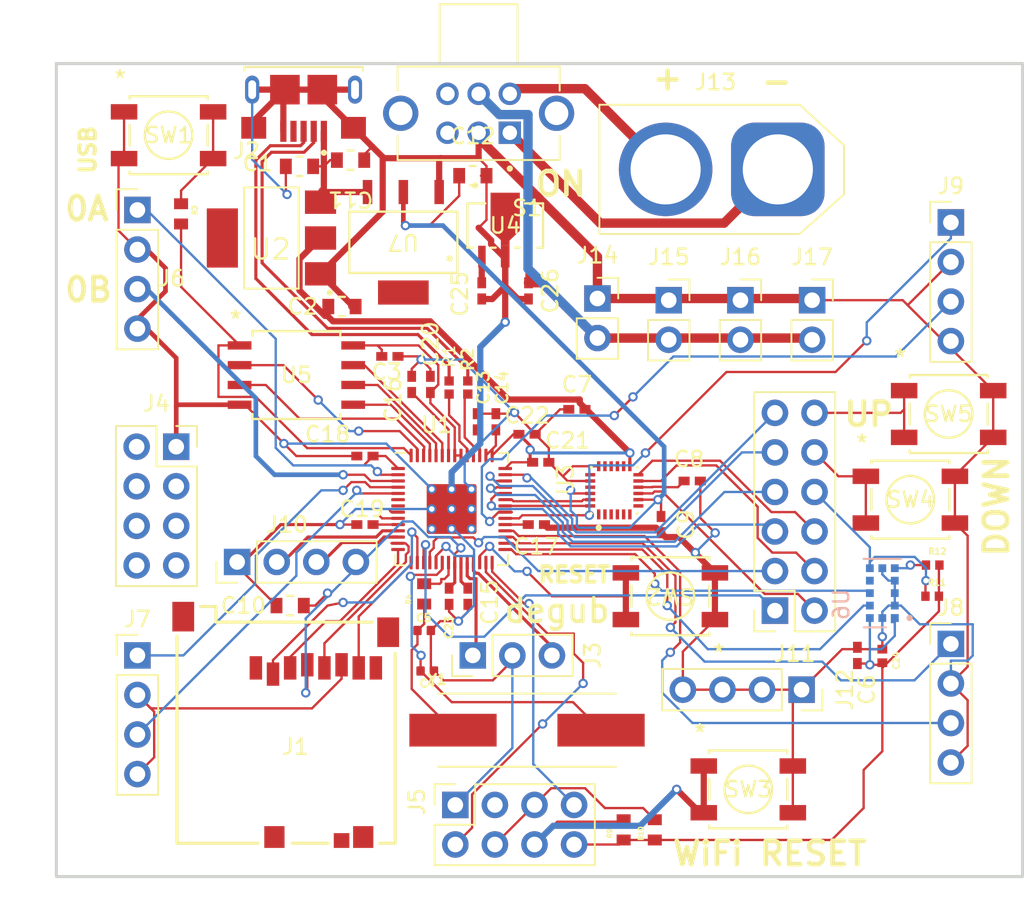
<source format=kicad_pcb>
(kicad_pcb (version 20221018) (generator pcbnew)
  (layers (0 "F.Cu" signal) (31 "B.Cu" signal) (34 "B.Paste" user) (35 "F.Paste" user) (36 "B.SilkS" user "B.Silkscreen") (37 "F.SilkS" user "F.Silkscreen") (38 "B.Mask" user) (39 "F.Mask" user) (44 "Edge.Cuts" user))
  (net 0 "")
  (net 1 "GND")
  (net 3 "/USB-")
  (net 4 "/USB+")
  (net 5 "Net-(U1-USB_DP)")
  (net 6 "Net-(U1-USB_DM)")
  (net 7 "/QSPI_SS")
  (net 8 "+1V1")
  (net 10 "/SPI1_CSn")
  (net 11 "/SPI1_TX")
  (net 12 "/QSPI_SD3")
  (net 13 "/QSPI_SLCK")
  (net 14 "/QSPI_SD0")
  (net 15 "/QSPI_SD2")
  (net 16 "/QSPI_SD1")
  (net 30 "Net-(U1-XIN)")
  (net 31 "Net-(C5-Pad1)")
  (net 32 "Net-(U3-REGOUT)")
  (net 33 "+1V8")
  (net 34 "/SPI1_SCK")
  (net 35 "/SPI1_RX")
  (net 37 "Net-(J3-Pin_1)")
  (net 38 "Net-(J3-Pin_3)")
  (net 39 "/WiFi_TX{slash}GPIO1")
  (net 40 "Net-(U1-XOUT)")
  (net 41 "/M1_PWM_A")
  (net 42 "/M1_PWM_B")
  (net 43 "/M2_PWM_A")
  (net 44 "/M2_PWM_B")
  (net 45 "/M3_PWM_A")
  (net 46 "/M3_PWM_B")
  (net 48 "Net-(J5-Pin_4)")
  (net 49 "/UART1_TX")
  (net 50 "/UART1_RX")
  (net 51 "/WiFi_RX{slash}GPIO3")
  (net 52 "/SPI0_RX")
  (net 53 "/SPI0_CSn")
  (net 54 "/SPI0_SCK")
  (net 55 "/SPI0_TX")
  (net 56 "/M4_PWM_A")
  (net 57 "/M4_PWM_B")
  (net 58 "/PWM7A")
  (net 59 "Net-(U1-RUN)")
  (net 60 "/IMU_AD0")
  (net 61 "/PWM7B")
  (net 62 "/IMU_FSYNC")
  (net 63 "/ADC0{slash}PWM5A")
  (net 64 "/IMU_INT")
  (net 65 "/ADC1{slash}PWM5B")
  (net 66 "/DIST_GPIO")
  (net 67 "/ADC2{slash}PWM6A")
  (net 68 "Net-(J11-Pad10)")
  (net 69 "/ADC3{slash}PWM6B")
  (net 70 "Net-(J11-Pad12)")
  (net 71 "Net-(J13-Pin_1)")
  (net 72 "Net-(J13-Pin_2)")
  (net 73 "/DIST_SDA")
  (net 74 "/DIST_SCL")
  (net 75 "/IMU_SDA")
  (net 76 "/IMU_SCL")
  (net 77 "Net-(U6-XSHUT)")
  (net 79 "+3V3")
  (net 81 "Net-(R3-Pad1)")
  (net 82 "+5V")
  (net 85 "Net-(J14-Pin_2)")
  (net 86 "Net-(J5-Pin_6)")
  (footprint "Connector_AMASS:AMASS_XT60-M_1x02_P7.20mm_Vertical" (layer "F.Cu") (at 213.295 73.3939 180)
    (fp_text reference "J13")
    (fp_text value "BATTERY")
  )
  (footprint "EG2208:SW_EG2208" (layer "F.Cu") (at 194.095 69.7939 180)
    (fp_text reference "S1")
    (fp_text value "Switch")
  )
  (footprint "GMC04X5R105K16NT:GMC04X5R105K16NT" (layer "F.Cu") (at 194 89.6 90)
    (fp_text reference "C13")
    (fp_text value "1uF")
  )
  (footprint "Connector_PinSocket_2.54mm:PinSocket_2x06_P2.54mm_Vertical" (layer "F.Cu") (at 213.11 101.725 180)
    (fp_text reference "J11")
    (fp_text value "~")
  )
  (footprint "Connector_PinSocket_2.54mm:PinSocket_2x04_P2.54mm_Vertical" (layer "F.Cu") (at 192.6 114.2 90)
    (fp_text reference "J5")
    (fp_text value "ESP8266_WIFI")
  )
  (footprint "RP2040:RP2040-QFN-56" (layer "F.Cu") (at 192.3625 95.2)
    (fp_text reference "U1")
    (fp_text value "RP2040")
  )
  (footprint "GMC04X7R104K16NT:GMC04X7R104K16NT" (layer "F.Cu") (at 194.295 81.1939 90)
    (fp_text reference "C25")
    (fp_text value "100nF")
  )
  (footprint "GMC04X7R104K16NT:GMC04X7R104K16NT" (layer "F.Cu") (at 186.8 96.2)
    (fp_text reference "C19")
    (fp_text value "100nF")
  )
  (footprint "Connector_PinHeader_2.54mm:PinHeader_1x04_P2.54mm_Vertical" (layer "F.Cu") (at 172.2 104.6)
    (fp_text reference "J7")
    (fp_text value "M2")
  )
  (footprint "GMC10X5R106M10NT:CAP_GMC10_CCE" (layer "F.Cu") (at 185.8763 72.8 180)
    (fp_text reference "C11")
    (fp_text value "10uF")
  )
  (footprint "GRM155R60J475ME47D:CAPC1005X60N" (layer "F.Cu") (at 220 104.635 -90)
    (fp_text reference "C24")
    (fp_text value "4.7uF")
  )
  (footprint "RC0402FR-071KL:RESC1005X40" (layer "F.Cu") (at 175 76.25 -90)
    (fp_text reference "R3")
    (fp_text value "1k")
  )
  (footprint "GMC10X5R106M10NT:CAP_GMC10_CCE" (layer "F.Cu") (at 182 101.4)
    (fp_text reference "C10")
    (fp_text value "10uF")
  )
  (footprint "RMCF0402FT27R4:RESC1005X35N" (layer "F.Cu") (at 193.4 87.4 -90)
    (fp_text reference "R2")
    (fp_text value "27.4")
  )
  (footprint "C0402C270F5GAC:CAPC1005X55N" (layer "F.Cu") (at 190.8 105.6)
    (fp_text reference "C4")
    (fp_text value "27pF")
  )
  (footprint "GMC04X7R104K16NT:GMC04X7R104K16NT" (layer "F.Cu") (at 197.2 90.4)
    (fp_text reference "C22")
    (fp_text value "100nF")
  )
  (footprint "L78L05ABUTR:SOT-89_STM" (layer "F.Cu") (at 195.8 77)
    (fp_text reference "U4")
    (fp_text value "5V Regulator")
  )
  (footprint "C0402C270F5GAC:CAPC1005X55N" (layer "F.Cu") (at 190.6 103)
    (fp_text reference "C5")
    (fp_text value "27pF")
  )
  (footprint "NCP1117ST18T3G:SOT223-3_ONS" (layer "F.Cu") (at 189.264 78.0749 180)
    (fp_text reference "U7")
    (fp_text value "1V8 Regulator")
  )
  (footprint "Connector_PinHeader_2.54mm:PinHeader_1x04_P2.54mm_Vertical" (layer "F.Cu") (at 224.4 76.8)
    (fp_text reference "J9")
    (fp_text value "M4")
  )
  (footprint "PTS-647-SN50-SMTR2-LFS:PTS 647 SN50 SMTR2 LFS" (layer "F.Cu") (at 221.8 94.6)
    (fp_text reference "SW4")
    (fp_text value "UP")
  )
  (footprint "RC1005F103CS:RESC1005X40N" (layer "F.Cu") (at 223.232 98.8)
    (fp_text reference "R12")
    (fp_text value "10k")
  )
  (footprint "Connector_PinSocket_2.54mm:PinSocket_1x04_P2.54mm_Vertical" (layer "F.Cu") (at 214.82 106.8 -90)
    (fp_text reference "J12")
    (fp_text value "floor")
  )
  (footprint "MEM2051-00-195-00-A:GCT_MEM2051-00-195-00-A" (layer "F.Cu") (at 181.74 109.06 180)
    (fp_text reference "J1")
    (fp_text value "MicroSD Holder")
  )
  (footprint "Connector_PinHeader_2.54mm:PinHeader_1x04_P2.54mm_Vertical" (layer "F.Cu") (at 224.4 103.86)
    (fp_text reference "J8")
    (fp_text value "M3")
  )
  (footprint "ICM-20948:QFN40P300X300X105-24N" (layer "F.Cu") (at 202.8 94 90)
    (fp_text reference "U3")
    (fp_text value "ICM-20948")
  )
  (footprint "ABLS-12.000MHZ-K2-T:XTAL_ABLS-12.000MHZ-K2-T" (layer "F.Cu") (at 197.2 109.4)
    (fp_text reference "Y1")
    (fp_text value "12MHz")
  )
  (footprint "Connector_PinSocket_2.54mm:PinSocket_1x02_P2.54mm_Vertical" (layer "F.Cu") (at 206.295 81.7939)
    (fp_text reference "J15")
    (fp_text value "ESC_POW1")
  )
  (footprint "GMC04X7R104K16NT:GMC04X7R104K16NT" (layer "F.Cu") (at 200.4 88.8 180)
    (fp_text reference "C7")
    (fp_text value "100nF")
  )
  (footprint "PTS-647-SN50-SMTR2-LFS:PTS 647 SN50 SMTR2 LFS" (layer "F.Cu") (at 211.4 113.2)
    (fp_text reference "SW3")
    (fp_text value "WiFi_RESET")
  )
  (footprint "GMC04X7R104K16NT:GMC04X7R104K16NT" (layer "F.Cu") (at 197.8 96.2 180)
    (fp_text reference "C17")
    (fp_text value "100nF")
  )
  (footprint "GMC04X5R105K16NT:GMC04X5R105K16NT" (layer "F.Cu") (at 197.295 81.1939 90)
    (fp_text reference "C26")
    (fp_text value "1uF")
  )
  (footprint "GMC04X7R104K16NT:GMC04X7R104K16NT" (layer "F.Cu") (at 188.4 85.4)
    (fp_text reference "C3")
    (fp_text value "100nF")
  )
  (footprint "RC0402FR-071KL:RESC1005X40" (layer "F.Cu") (at 190.6 100.65 -90)
    (fp_text reference "R4")
    (fp_text value "1k")
  )
  (footprint "GMC04X7R104K16NT:GMC04X7R104K16NT" (layer "F.Cu") (at 207.8 93.4 180)
    (fp_text reference "C8")
    (fp_text value "100nF")
  )
  (footprint "Connector_PinHeader_2.54mm:PinHeader_1x04_P2.54mm_Vertical" (layer "F.Cu") (at 178.6 98.6 90)
    (fp_text reference "J10")
    (fp_text value "UART1")
  )
  (footprint "RC1005F103CS:RESC1005X40N" (layer "F.Cu") (at 223.2 100.8)
    (fp_text reference "R11")
    (fp_text value "10k")
  )
  (footprint "GMC04X7R104K16NT:GMC04X7R104K16NT" (layer "F.Cu") (at 205.8 96.2 90)
    (fp_text reference "C9")
    (fp_text value "100nF")
  )
  (footprint "Connector_PinSocket_2.54mm:PinSocket_1x02_P2.54mm_Vertical" (layer "F.Cu") (at 201.72 81.6839)
    (fp_text reference "J14")
    (fp_text value "ESC_POW1")
  )
  (footprint "Connector_PinSocket_2.54mm:PinSocket_2x04_P2.54mm_Vertical" (layer "F.Cu") (at 174.69 91.2)
    (fp_text reference "J4")
    (fp_text value "CAM/SPI0")
  )
  (footprint "GMC10X5R106M10NT:CAP_GMC10_CCE" (layer "F.Cu") (at 185.3237 82.2 180)
    (fp_text reference "C2")
    (fp_text value "10uF")
  )
  (footprint "GMC04X7R104K16NT:GMC04X7R104K16NT" (layer "F.Cu") (at 189.8 87.2 90)
    (fp_text reference "C16")
    (fp_text value "100nF")
  )
  (footprint "RMCF0402FT27R4:RESC1005X35N" (layer "F.Cu") (at 192.2 87.4 -90)
    (fp_text reference "R1")
    (fp_text value "27.4")
  )
  (footprint "GMC04X7R104K16NT:GMC04X7R104K16NT" (layer "F.Cu") (at 193.4 100.8 -90)
    (fp_text reference "C15")
    (fp_text value "100nF")
  )
  (footprint "NCP1117LPST33T3G:SOT230P700X175-4N" (layer "F.Cu") (at 180.8 77.8 180)
    (fp_text reference "U2")
    (fp_text value "3V3 Regulator")
  )
  (footprint "GMC04X7R104K16NT:GMC04X7R104K16NT" (layer "F.Cu") (at 218.4 104.6 -90)
    (fp_text reference "C6")
    (fp_text value "100nF")
  )
  (footprint "PTS-647-SN50-SMTR2-LFS:PTS 647 SN50 SMTR2 LFS" (layer "F.Cu") (at 174.2 71.2)
    (fp_text reference "SW1")
    (fp_text value "Button")
  )
  (footprint "10118193-0001LF:AMPHENOL_10118193-0001LF" (layer "F.Cu") (at 182.864 68.2749 180)
    (fp_text reference "J2")
    (fp_text value "MicroUSB Connector")
  )
  (footprint "Connector_PinHeader_2.54mm:PinHeader_1x03_P2.54mm_Vertical" (layer "F.Cu") (at 193.72 104.6 90)
    (fp_text reference "J3")
    (fp_text value "DEBUG")
  )
  (footprint "RC0402FR-073K3L:RESC1005X40" (layer "F.Cu") (at 205.4 115.8 90)
    (fp_text reference "R10")
    (fp_text value "3.3k")
  )
  (footprint "GMC04X7R104K16NT:GMC04X7R104K16NT" (layer "F.Cu") (at 198.0793 92.2)
    (fp_text reference "C21")
    (fp_text value "100nF")
  )
  (footprint "PTS-647-SN50-SMTR2-LFS:PTS 647 SN50 SMTR2 LFS" (layer "F.Cu") (at 224.2575 89.1)
    (fp_text reference "SW5")
    (fp_text value "DOWN")
  )
  (footprint "GMC04X7R104K16NT:GMC04X7R104K16NT" (layer "F.Cu") (at 191 87.2 90)
    (fp_text reference "C20")
    (fp_text value "100nF")
  )
  (footprint "GMC04X7R104K16NT:GMC04X7R104K16NT" (layer "F.Cu") (at 186.8 91.8)
    (fp_text reference "C18")
    (fp_text value "100nF")
  )
  (footprint "GMC04X7R104K16NT:GMC04X7R104K16NT" (layer "F.Cu") (at 192.2 100.8 -90)
    (fp_text reference "C23")
    (fp_text value "100nF")
  )
  (footprint "Connector_PinSocket_2.54mm:PinSocket_1x02_P2.54mm_Vertical" (layer "F.Cu") (at 215.495 81.7939)
    (fp_text reference "J17")
    (fp_text value "ESC_POW1")
  )
  (footprint "W25Q128JVSIQ-TR:SOIC_208MIL_WIN" (layer "F.Cu") (at 182.4 86.6)
    (fp_text reference "U5")
    (fp_text value "W25Q128JVSIQ TR")
  )
  (footprint "RC0402FR-071KL:RESC1005X40" (layer "F.Cu") (at 203.4 115.8 90)
    (fp_text reference "R9")
    (fp_text value "1k")
  )
  (footprint "Connector_PinSocket_2.54mm:PinSocket_1x02_P2.54mm_Vertical" (layer "F.Cu") (at 210.895 81.7939)
    (fp_text reference "J16")
    (fp_text value "ESC_POW1")
  )
  (footprint "GMC10X5R106M10NT:CAP_GMC10_CCE" (layer "F.Cu") (at 182.6 73.2 180)
    (fp_text reference "C1")
    (fp_text value "10uF")
  )
  (footprint "GMC10X5R106M10NT:CAP_GMC10_CCE" (layer "F.Cu") (at 193.7237 73.8)
    (fp_text reference "C12")
    (fp_text value "10uF")
  )
  (footprint "PTS-647-SN50-SMTR2-LFS:PTS 647 SN50 SMTR2 LFS" (layer "F.Cu") (at 206.4 100.8 180)
    (fp_text reference "SW2")
    (fp_text value "Button")
  )
  (footprint "Connector_PinHeader_2.54mm:PinHeader_1x04_P2.54mm_Vertical" (layer "F.Cu") (at 172.2 76)
    (fp_text reference "J6")
    (fp_text value "M1")
  )
  (footprint "GMC04X5R105K16NT:GMC04X5R105K16NT" (layer "F.Cu") (at 195.2 89.6 90)
    (fp_text reference "C14")
    (fp_text value "1uF")
  )
  (footprint "VL53L4CXV0DH_1:XCDR_VL53L4CXV0DH_1" (layer "B.Cu") (at 220 100.6 -90)
    (fp_text reference "U6")
    (fp_text value "Distance Sensor")
  )
  (gr_rect (start 167 66.6) (end 229 118.8) (stroke (width 0.2)) (fill none) (layer "Edge.Cuts"))
  (gr_text "UP" (at 217.4 90) (layer "F.SilkS") (effects (font (size 1.5 1.5) (thickness 0.3) bold) (justify left bottom)))
  (gr_text "DOWN" (at 228.2 98.4 90) (layer "F.SilkS") (effects (font (size 1.5 1.5) (thickness 0.3) bold) (justify left bottom)))
  (gr_text "USB" (at 169.6 73.8 90) (layer "F.SilkS") (effects (font (size 1 1) (thickness 0.25) bold) (justify left bottom)))
  (gr_text "degub" (at 195.6 102.6) (layer "F.SilkS") (effects (font (size 1.5 1.5) (thickness 0.25) bold) (justify left bottom)))
  (gr_text "RESET" (at 197.8 100) (layer "F.SilkS") (effects (font (size 1 1) (thickness 0.25) bold) (justify left bottom)))
  (gr_text "0B\n" (at 167.4 82) (layer "F.SilkS") (effects (font (size 1.5 1.5) (thickness 0.3) bold) (justify left bottom)))
  (gr_text "ON" (at 197.6 75.2) (layer "F.SilkS") (effects (font (size 1.5 1.5) (thickness 0.3) bold) (justify left bottom)))
  (gr_text "+" (at 205.095 68.3939) (layer "F.SilkS") (effects (font (size 1.5 1.5) (thickness 0.3) bold) (justify left bottom)))
  (gr_text "WiFi RESET" (at 206.4 118.2) (layer "F.SilkS") (effects (font (size 1.5 1.5) (thickness 0.3) bold) (justify left bottom)))
  (gr_text "0A" (at 167.4 76.8) (layer "F.SilkS") (effects (font (size 1.5 1.5) (thickness 0.3) bold) (justify left bottom)))
  (gr_text "-" (at 212.095 68.5939) (layer "F.SilkS") (effects (font (size 1.5 1.5) (thickness 0.3) bold) (justify left bottom)))
  (segment (start 198.6 91.2793) (end 197.7207 90.4) (width 0.15) (layer "F.Cu") (net 1))
  (segment (start 191.03 105.6) (end 191.23 105.8) (width 0.15) (layer "F.Cu") (net 1))
  (segment (start 194.295 81.7146) (end 194.9744 81.7146) (width 0.4) (layer "F.Cu") (net 1))
  (segment (start 194.6 73.1799) (end 194.095 72.6749) (width 0.15) (layer "F.Cu") (net 1))
  (segment (start 191.3625 98.211091) (end 191.773591 97.8) (width 0.15) (layer "F.Cu") (net 1))
  (segment (start 221.6575 82.1425) (end 221.3089 81.7939) (width 0.15) (layer "F.Cu") (net 1))
  (segment (start 192.8 102.4) (end 193.4 101.8) (width 0.15) (layer "F.Cu") (net 1))
  (segment (start 183.95 80.1) (end 185.9207 82.0707) (width 0.4) (layer "F.Cu") (net 1))
  (segment (start 178.6 99) (end 181.4 96.2) (width 0.2) (layer "F.Cu") (net 1))
  (segment (start 192.2 101.3207) (end 192.2 101.8) (width 0.15) (layer "F.Cu") (net 1))
  (segment (start 181.4 96.2) (end 185.2 96.2) (width 0.2) (layer "F.Cu") (net 1))
  (segment (start 191.773591 97.8) (end 192 97.6) (width 0.15) (layer "F.Cu") (net 1))
  (segment (start 199.5 93.1) (end 198.6 92.2) (width 0.15) (layer "F.Cu") (net 1))
  (segment (start 170.9869 73.0556) (end 170.9869 77.3269) (width 0.15) (layer "F.Cu") (net 1))
  (segment (start 195.8 80.899) (end 196.6156 81.7146) (width 0.4) (layer "F.Cu") (net 1))
  (segment (start 191.3625 98.6375) (end 191.3625 98.211091) (width 0.15) (layer "F.Cu") (net 1))
  (segment (start 207.2 104.3575) (end 209.2575 102.3) (width 0.15) (layer "F.Cu") (net 1))
  (segment (start 181.664 68.2749) (end 179.564 68.2749) (width 0.4) (layer "F.Cu") (net 1))
  (segment (start 191.3625 96.2) (end 192.3625 95.2) (width 0.15) (layer "F.Cu") (net 1))
  (segment (start 194 89.0793) (end 195.2 89.0793) (width 0.15) (layer "F.Cu") (net 1))
  (segment (start 196.26 104.94) (end 196.26 104.6) (width 0.15) (layer "F.Cu") (net 1))
  (segment (start 194.6 73.8) (end 194.6 73.1799) (width 0.15) (layer "F.Cu") (net 1))
  (segment (start 199.8 93.4) (end 199.5 93.1) (width 0.15) (layer "F.Cu") (net 1))
  (segment (start 181.564 68.3749) (end 181.664 68.2749) (width 0.4) (layer "F.Cu") (net 1))
  (segment (start 194.6 73.8) (end 194.6 76.6391) (width 0.15) (layer "F.Cu") (net 1))
  (segment (start 187.26955 71.93045) (end 187.939 72.5999) (width 0.4) (layer "F.Cu") (net 1))
  (segment (start 184.064 68.2749) (end 184.064 68.7249) (width 0.4) (layer "F.Cu") (net 1))
  (segment (start 191.664 72.6749) (end 194.095 72.6749) (width 0.4) (layer "F.Cu") (net 1))
  (segment (start 191.03 103) (end 191.63 102.4) (width 0.15) (layer "F.Cu") (net 1))
  (segment (start 224.6575 93.1) (end 224.6575 93.0575) (width 0.15) (layer "F.Cu") (net 1))
  (segment (start 174 79.74) (end 174 81.22) (width 0.3) (layer "F.Cu") (net 1))
  (segment (start 220 103.4) (end 220 104.2) (width 0.15) (layer "F.Cu") (net 1))
  (segment (start 183.4 108) (end 173.06 108) (width 0.15) (layer "F.Cu") (net 1))
  (segment (start 227.115 87.6) (end 221.6575 82.1425) (width 0.15) (layer "F.Cu") (net 1))
  (segment (start 186.7526 72.4474) (end 187.26955 71.93045) (width 0.15) (layer "F.Cu") (net 1))
  (segment (start 184.064 68.7249) (end 186.064 70.7249) (width 0.4) (layer "F.Cu") (net 1))
  (segment (start 198.3207 96.2) (end 198.5207 96.4) (width 0.4) (layer "F.Cu") (net 1))
  (segment (start 184.064 68.2749) (end 186.164 68.2749) (width 0.4) (layer "F.Cu") (net 1))
  (segment (start 172.2 112.22) (end 173.275 111.145) (width 0.15) (layer "F.Cu") (net 1))
  (segment (start 198.6 92.2) (end 198.6 91.2793) (width 0.15) (layer "F.Cu") (net 1))
  (segment (start 227.115 90.6) (end 227.115 87.6) (width 0.15) (layer "F.Cu") (net 1))
  (segment (start 195 106.2) (end 196.26 104.94) (width 0.15) (layer "F.Cu") (net 1))
  (segment (start 181.7237 74.9237) (end 181.7237 73.2) (width 0.15) (layer "F.Cu") (net 1))
  (segment (start 192.2 101.8) (end 192.8 102.4) (width 0.15) (layer "F.Cu") (net 1))
  (segment (start 187.939 76.111) (end 187.939 72.5999) (width 0.4) (layer "F.Cu") (net 1))
  (segment (start 196.4 89.0793) (end 196.4 89) (width 0.15) (layer "F.Cu") (net 1))
  (segment (start 178.6 98.8763) (end 178.6 98.6) (width 0.15) (layer "F.Cu") (net 1))
  (segment (start 186.064 70.7249) (end 187.26955 71.93045) (width 0.4) (layer "F.Cu") (net 1))
  (segment (start 182.4 91.8) (end 181.6 91) (width 0.15) (layer "F.Cu") (net 1))
  (segment (start 193.4 101.8) (end 193.4 101.3207) (width 0.15) (layer "F.Cu") (net 1))
  (segment (start 195.695 78.9939) (end 195.8 78.9939) (width 0.4) (layer "F.Cu") (net 1))
  (segment (start 172.2 83.02) (end 174.69 85.51) (width 0.3) (layer "F.Cu") (net 1))
  (segment (start 191.63 102.4) (end 192.8 102.4) (width 0.15) (layer "F.Cu") (net 1))
  (segment (start 186.2793 96.2) (end 185.2 96.2) (width 0.15) (layer "F.Cu") (net 1))
  (segment (start 178.7551 88.505) (end 174.785 88.505) (width 0.3) (layer "F.Cu") (net 1))
  (segment (start 224.6575 93.0575) (end 227.115 90.6) (width 0.15) (layer "F.Cu") (net 1))
  (segment (start 190.83 103.2) (end 191.03 103) (width 0.15) (layer "F.Cu") (net 1))
  (segment (start 194.095 71.3819) (end 194.095 71.0439) (width 0.6) (layer "F.Cu") (net 1))
  (segment (start 181.1237 101.4) (end 178.6 98.8763) (width 0.15) (layer "F.Cu") (net 1))
  (segment (start 225.475 107.475) (end 224.4 106.4) (width 0.15) (layer "F.Cu") (net 1))
  (segment (start 207.2 106.8) (end 207.2 104.3575) (width 0.15) (layer "F.Cu") (net 1))
  (segment (start 192 97.6) (end 192 97.8) (width 0.15) (layer "F.Cu") (net 1))
  (segment (start 199.8793 88.8) (end 199.3207 88.8) (width 0.15) (layer "F.Cu") (net 1))
  (segment (start 206.9575 97) (end 206.0793 97) (width 0.4) (layer "F.Cu") (net 1))
  (segment (start 214.2575 111.7) (end 214.2575 107.3625) (width 0.15) (layer "F.Cu") (net 1))
  (segment (start 179.664 70.2749) (end 181.664 68.2749) (width 0.4) (layer "F.Cu") (net 1))
  (segment (start 224.4 106.4) (end 225.475 105.325) (width 0.15) (layer "F.Cu") (net 1))
  (segment (start 199.3207 88.8) (end 197.7207 90.4) (width 0.15) (layer "F.Cu") (net 1))
  (segment (start 187.939 72.5999) (end 188.014 72.6749) (width 0.4) (layer "F.Cu") (net 1))
  (segment (start 173.275 108.215) (end 172.2 107.14) (width 0.15) (layer "F.Cu") (net 1))
  (segment (start 214.82 106.8) (end 217.42 104.2) (width 0.15) (layer "F.Cu") (net 1))
  (segment (start 214.82 106.8) (end 207.2 106.8) (width 0.15) (layer "F.Cu") (net 1))
  (segment (start 171.3425 69.7) (end 171.3425 72.7) (width 0.15) (layer "F.Cu") (net 1))
  (segment (start 225.475 105.325) (end 225.475 96.9175) (width 0.15) (layer "F.Cu") (net 1))
  (segment (start 173.275 111.145) (end 173.275 110.6) (width 0.15) (layer "F.Cu") (net 1))
  (segment (start 187.06955 71.93045) (end 187.26955 71.93045) (width 0.15) (layer "F.Cu") (net 1))
  (segment (start 206.0793 97) (end 205.8 96.7207) (width 0.4) (layer "F.Cu") (net 1))
  (segment (start 174 81.22) (end 172.2 83.02) (width 0.3) (layer "F.Cu") (net 1))
  (segment (start 191.03 103) (end 191.03 105.6) (width 0.15) (layer "F.Cu") (net 1))
  (segment (start 217.42 104.2) (end 220 104.2) (width 0.15) (layer "F.Cu") (net 1))
  (segment (start 186.7526 72.8) (end 186.7526 72.4474) (width 0.15) (layer "F.Cu") (net 1))
  (segment (start 183.95 80.1) (end 187.939 76.111) (width 0.4) (layer "F.Cu") (net 1))
  (segment (start 181.6 91) (end 179.105 88.505) (width 0.15) (layer "F.Cu") (net 1))
  (segment (start 190.2 85.4) (end 190.4 85.6) (width 0.15) (layer "F.Cu") (net 1))
  (segment (start 224.4 111.48) (end 225.475 110.405) (width 0.15) (layer "F.Cu") (net 1))
  (segment (start 194.6 76.6391) (end 194.095 77.1441) (width 0.15) (layer "F.Cu") (net 1))
  (segment (start 191.23 105.6) (end 191.83 106.2) (width 0.15) (layer "F.Cu") (net 1))
  (segment (start 195.8 80.899) (end 195.8 83.2) (width 0.4) (layer "F.Cu") (net 1))
  (segment (start 174.69 88.6) (end 174.69 91.2) (width 0.3) (layer "F.Cu") (net 1))
  (segment (start 201.8 92.455) (end 200.145 92.455) (width 0.15) (layer "F.Cu") (net 1))
  (segment (start 186.2793 91.8) (end 182.4 91.8) (width 0.15) (layer "F.Cu") (net 1))
  (segment (start 201.72 79.0069) (end 194.095 71.3819) (width 0.6) (layer "F.Cu") (net 1))
  (segment (start 214.2575 107.3625) (end 214.82 106.8) (width 0.15) (layer "F.Cu") (net 1))
  (segment (start 200.145 92.455) (end 199.5 93.1) (width 0.15) (layer "F.Cu") (net 1))
  (segment (start 194.9744 81.7146) (end 195.8 80.889) (width 0.4) (layer "F.Cu") (net 1))
  (segment (start 191.5627 72.7762) (end 191.664 72.6749) (width 0.4) (layer "F.Cu") (net 1))
  (segment (start 198.5207 96.4) (end 205.4793 96.4) (width 0.4) (layer "F.Cu") (net 1))
  (segment (start 195.8 80.889) (end 195.8 78.9939) (width 0.4) (layer "F.Cu") (net 1))
  (segment (start 173.06 108) (end 172.2 107.14) (width 0.15) (layer "F.Cu") (net 1))
  (segment (start 196.4 89) (end 197.7207 90.4) (width 0.15) (layer "F.Cu") (net 1))
  (segment (start 170.9869 77.3269) (end 172.2 78.54) (width 0.15) (layer "F.Cu") (net 1))
  (segment (start 215.385 81.6839) (end 215.495 81.7939) (width 0.6) (layer "F.Cu") (net 1))
  (segment (start 221.3089 81.7939) (end 215.495 81.7939) (width 0.15) (layer "F.Cu") (net 1))
  (segment (start 186.2 82.2) (end 186.05 82.2) (width 0.15) (layer "F.Cu") (net 1))
  (segment (start 172.2 77.94) (end 174 79.74) (width 0.3) (layer "F.Cu") (net 1))
  (segment (start 189.8 86.2) (end 190.4 85.6) (width 0.15) (layer "F.Cu") (net 1))
  (segment (start 191.5627 74.8491) (end 191.5627 72.7762) (width 0.4) (layer "F.Cu") (net 1))
  (segment (start 189.8 86.6793) (end 189.8 86.2) (width 0.15) (layer "F.Cu") (net 1))
  (segment (start 214.2575 114.7) (end 214.2575 111.7) (width 0.15) (layer "F.Cu") (net 1))
  (segment (start 195.2 89.0793) (end 196.4 89.0793) (width 0.15) (layer "F.Cu") (net 1))
  (segment (start 224.4 79.34) (end 221.6575 82.0825) (width 0.15) (layer "F.Cu") (net 1))
  (segment (start 194.6 73.8) (end 194.2432 73.8) (width 0.15) (layer "F.Cu") (net 1))
  (segment (start 179.664 70.7249) (end 179.664 70.2749) (width 0.4) (layer "F.Cu") (net 1))
  (segment (start 201.72 81.6839) (end 215.385 81.6839) (width 0.6) (layer "F.Cu") (net 1))
  (segment (start 190.4 85.6) (end 191 86.2) (width 0.15) (layer "F.Cu") (net 1))
  (segment (start 179.105 88.505) (end 178.7551 88.505) (width 0.15) (layer "F.Cu") (net 1))
  (segment (start 201.255 93.4) (end 199.8 93.4) (width 0.15) (layer "F.Cu") (net 1))
  (segment (start 191 86.2) (end 191 86.6793) (width 0.15) (layer "F.Cu") (net 1))
  (segment (start 194.095 71.0439) (end 194.095 72.6749) (width 0.4) (layer "F.Cu") (net 1))
  (segment (start 225.475 96.9175) (end 224.6575 96.1) (width 0.15) (layer "F.Cu") (net 1))
  (segment (start 209.2575 99.3) (end 209.2575 102.3) (width 0.4) (layer "F.Cu") (net 1))
  (segment (start 173.275 110.6) (end 173.275 108.215) (width 0.15) (layer "F.Cu") (net 1))
  (segment (start 194.095 77.1441) (end 194.8963 77.9454) (width 0.4) (layer "F.Cu") (net 1))
  (segment (start 181.664 68.2749) (end 184.064 68.2749) (width 0.4) (layer "F.Cu") (net 1))
  (segment (start 174.785 88.505) (end 174.69 88.6) (width 0.3) (layer "F.Cu") (net 1))
  (segment (start 201.72 81.6839) (end 201.72 79.0069) (width 0.6) (layer "F.Cu") (net 1))
  (segment (start 221.6575 82.0825) (end 221.6575 82.1425) (width 0.15) (layer "F.Cu") (net 1))
  (segment (start 186.05 82.2) (end 185.9207 82.0707) (width 0.15) (layer "F.Cu") (net 1))
  (segment (start 188.014 72.6749) (end 191.664 72.6749) (width 0.4) (layer "F.Cu") (net 1))
  (segment (start 181.564 70.9499) (end 181.564 68.3749) (width 0.4) (layer "F.Cu") (net 1))
  (segment (start 209.2575 99.3) (end 206.9575 97) (width 0.4) (layer "F.Cu") (net 1))
  (segment (start 185.3 105.2) (end 185.3 106.1) (width 0.15) (layer "F.Cu") (net 1))
  (segment (start 205.4793 96.4) (end 205.8 96.7207) (width 0.4) (layer "F.Cu") (net 1))
  (segment (start 196.6156 81.7146) (end 197.295 81.7146) (width 0.4) (layer "F.Cu") (net 1))
  (segment (start 195.8 78.9939) (end 195.8 80.899) (width 0.4) (layer "F.Cu") (net 1))
  (segment (start 209.270878 96.729122) (end 208.3207 95.778944) (width 0.15) (layer "F.Cu") (net 1))
  (segment (start 188.9207 85.4) (end 190.2 85.4) (width 0.15) (layer "F.Cu") (net 1))
  (segment (start 174.69 85.51) (end 174.69 88.6) (width 0.3) (layer "F.Cu") (net 1))
  (segment (start 191.83 106.2) (end 195 106.2) (width 0.15) (layer "F.Cu") (net 1))
  (segment (start 171.3425 72.7) (end 170.9869 73.0556) (width 0.15) (layer "F.Cu") (net 1))
  (segment (start 185.3 106.1) (end 183.4 108) (width 0.15) (layer "F.Cu") (net 1))
  (segment (start 185.9207 82.0707) (end 185.9207 82.2) (width 0.4) (layer "F.Cu") (net 1))
  (segment (start 181.8 75) (end 181.7237 74.9237) (width 0.15) (layer "F.Cu") (net 1))
  (segment (start 194.8963 78.1952) (end 195.695 78.9939) (width 0.4) (layer "F.Cu") (net 1))
  (segment (start 192.783153 96.475) (end 193.6375 96.475) (width 0.15) (layer "F.Cu") (net 1))
  (segment (start 194.8963 77.9454) (end 194.8963 78.1952) (width 0.4) (layer "F.Cu") (net 1))
  (segment (start 224.6575 96.1) (end 224.6575 93.1) (width 0.15) (layer "F.Cu") (net 1))
  (segment (start 208.3207 95.778944) (end 208.3207 93.4) (width 0.15) (layer "F.Cu") (net 1))
  (segment (start 225.475 110.405) (end 225.475 107.475) (width 0.15) (layer "F.Cu") (net 1))
  (via (at 192.8 102.4) (size 0.6) (drill 0.35) (layers "F.Cu" "B.Cu") (net 1))
  (via (at 208 98) (size 0.6) (drill 0.35) (layers "F.Cu" "B.Cu") (net 1))
  (via (at 195.8 83.2) (size 0.6) (drill 0.35) (layers "F.Cu" "B.Cu") (net 1))
  (via (at 181.8 75) (size 0.6) (drill 0.35) (layers "F.Cu" "B.Cu") (net 1))
  (via (at 209.270878 96.729122) (size 0.6) (drill 0.35) (layers "F.Cu" "B.Cu") (net 1))
  (via (at 220 103.4) (size 0.6) (drill 0.35) (layers "F.Cu" "B.Cu") (net 1))
  (via (at 196.4 89) (size 0.6) (drill 0.35) (layers "F.Cu" "B.Cu") (net 1))
  (via (at 181.6 91) (size 0.6) (drill 0.35) (layers "F.Cu" "B.Cu") (net 1))
  (via (at 190.4 85.6) (size 0.6) (drill 0.35) (layers "F.Cu" "B.Cu") (net 1))
  (via (at 192 97.6) (size 0.6) (drill 0.35) (layers "F.Cu" "B.Cu") (net 1))
  (via (at 185.2 96.2) (size 0.6) (drill 0.35) (layers "F.Cu" "B.Cu") (net 1))
  (segment (start 181.6 91) (end 188.1625 91) (width 0.15) (layer "B.Cu") (net 1))
  (segment (start 179.564 68.2749) (end 179.564 72.764) (width 0.15) (layer "B.Cu") (net 1))
  (segment (start 221.2 101.4) (end 222.4 102.6) (width 0.15) (layer "B.Cu") (net 1))
  (segment (start 193.563959 97.563959) (end 192.475 96.475) (width 0.15) (layer "B.Cu") (net 1))
  (segment (start 220.4 101.4) (end 220.8 101.4) (width 0.15) (layer "B.Cu") (net 1))
  (segment (start 196.2 89) (end 193.2 92) (width 0.15) (layer "B.Cu") (net 1))
  (segment (start 193.8 98.2) (end 193.8 97.81649) (width 0.15) (layer "B.Cu") (net 1))
  (segment (start 186.2 95.2) (end 191.0875 95.2) (width 0.15) (layer "B.Cu") (net 1))
  (segment (start 193.8 101.4) (end 193.8 98.2) (width 0.15) (layer "B.Cu") (net 1))
  (segment (start 192.475 96.475) (end 192.3625 96.475) (width 0.15) (layer "B.Cu") (net 1))
  (segment (start 220 99.4) (end 220 99) (width 0.15) (layer "B.Cu") (net 1))
  (segment (start 220 102.2) (end 220 101.8) (width 0.15) (layer "B.Cu") (net 1))
  (segment (start 225.475 104.935) (end 224.4 104.935) (width 0.15) (layer "B.Cu") (net 1))
  (segment (start 194.2 91) (end 192.3625 92.8375) (width 0.4) (layer "B.Cu") (net 1))
  (segment (start 193.2 92) (end 193.2 93.4875) (width 0.15) (layer "B.Cu") (net 1))
  (segment (start 185.2 96.2) (end 186.2 95.2) (width 0.15) (layer "B.Cu") (net 1))
  (segment (start 220.4 99.8) (end 220 99.4) (width 0.15) (layer "B.Cu") (net 1))
  (segment (start 194.2 84.8) (end 194.2 91) (width 0.4) (layer "B.Cu") (net 1))
  (segment (start 195.8 83.2) (end 194.2 84.8) (width 0.4) (layer "B.Cu") (net 1))
  (segment (start 220 101.8) (end 220.4 101.4) (width 0.15) (layer "B.Cu") (net 1))
  (segment (start 220.8 101.4) (end 221.2 101.4) (width 0.15) (layer "B.Cu") (net 1))
  (segment (start 190.4 85.6) (end 193 85.6) (width 0.15) (layer "B.Cu") (net 1))
  (segment (start 193 85.6) (end 196.4 89) (width 0.15) (layer "B.Cu") (net 1))
  (segment (start 193.2 93.4875) (end 193.6375 93.925) (width 0.15) (layer "B.Cu") (net 1))
  (segment (start 225.8 102.6) (end 225.8 104.61) (width 0.15) (layer "B.Cu") (net 1))
  (segment (start 193.779724 98.220276) (end 193.8 98.2) (width 0.15) (layer "B.Cu") (net 1))
  (segment (start 196.4 89) (end 196.2 89) (width 0.15) (layer "B.Cu") (net 1))
  (segment (start 209.270878 96.729122) (end 208 98) (width 0.15) (layer "B.Cu") (net 1))
  (segment (start 192.3625 92.8375) (end 192.3625 93.925) (width 0.4) (layer "B.Cu") (net 1))
  (segment (start 220 102.2) (end 220 103.4) (width 0.15) (layer "B.Cu") (net 1))
  (segment (start 192.620276 98.220276) (end 193.779724 98.220276) (width 0.15) (layer "B.Cu") (net 1))
  (segment (start 220.8 101.4) (end 220.8 99.8) (width 0.15) (layer "B.Cu") (net 1))
  (segment (start 220.8 99.8) (end 220.4 99.8) (width 0.15) (layer "B.Cu") (net 1))
  (segment (start 188.1625 91) (end 191.0875 93.925) (width 0.15) (layer "B.Cu") (net 1))
  (segment (start 224.4 104.935) (end 224.4 106.4) (width 0.15) (layer "B.Cu") (net 1))
  (segment (start 179.564 72.764) (end 181.8 75) (width 0.15) (layer "B.Cu") (net 1))
  (segment (start 192.8 102.4) (end 193.8 101.4) (width 0.15) (layer "B.Cu") (net 1))
  (segment (start 193.563959 97.580449) (end 193.563959 97.563959) (width 0.15) (layer "B.Cu") (net 1))
  (segment (start 192 97.6) (end 192.620276 98.220276) (width 0.15) (layer "B.Cu") (net 1))
  (segment (start 196.26 110.54) (end 192.6 114.2) (width 0.15) (layer "B.Cu") (net 1))
  (segment (start 222.4 102.6) (end 225.8 102.6) (width 0.15) (layer "B.Cu") (net 1))
  (segment (start 225.8 104.61) (end 225.475 104.935) (width 0.15) (layer "B.Cu") (net 1))
  (segment (start 196.26 104.6) (end 196.26 110.54) (width 0.15) (layer "B.Cu") (net 1))
  (segment (start 193.8 97.81649) (end 193.563959 97.580449) (width 0.15) (layer "B.Cu") (net 1))
  (segment (start 182.893926 72.294974) (end 180.8 72.294974) (width 0.2) (layer "F.Cu") (net 3))
  (segment (start 190.8 83.6) (end 193.4 86.2) (width 0.2) (layer "F.Cu") (net 3))
  (segment (start 180.2 72.894974) (end 180.2 79.4) (width 0.2) (layer "F.Cu") (net 3))
  (segment (start 180.2 79.4) (end 184.4 83.6) (width 0.2) (layer "F.Cu") (net 3))
  (segment (start 184.4 83.6) (end 190.8 83.6) (width 0.2) (layer "F.Cu") (net 3))
  (segment (start 180.8 72.294974) (end 180.2 72.894974) (width 0.2) (layer "F.Cu") (net 3))
  (segment (start 183.514 71.6749) (end 182.893926 72.294974) (width 0.2) (layer "F.Cu") (net 3))
  (segment (start 183.514 70.9499) (end 183.514 71.6749) (width 0.2) (layer "F.Cu") (net 3))
  (segment (start 193.4 86.2) (end 193.4 86.98) (width 0.2) (layer "F.Cu") (net 3))
  (segment (start 182.864 71.6749) (end 182.664 71.8749) (width 0.2) (layer "F.Cu") (net 4))
  (segment (start 180.7251 71.8749) (end 179.8 72.8) (width 0.2) (layer "F.Cu") (net 4))
  (segment (start 182.864 70.9499) (end 182.864 71.6749) (width 0.2) (layer "F.Cu") (net 4))
  (segment (start 179.8 80.4) (end 183.4 84) (width 0.2) (layer "F.Cu") (net 4))
  (segment (start 179.8 72.8) (end 179.8 80.4) (width 0.2) (layer "F.Cu") (net 4))
  (segment (start 190.2 84) (end 192.2 86) (width 0.2) (layer "F.Cu") (net 4))
  (segment (start 192.2 86) (end 192.2 86.98) (width 0.2) (layer "F.Cu") (net 4))
  (segment (start 182.664 71.8749) (end 180.7251 71.8749) (width 0.2) (layer "F.Cu") (net 4))
  (segment (start 183.4 84) (end 190.2 84) (width 0.2) (layer "F.Cu") (net 4))
  (segment (start 192.8625 89.838236) (end 192.2 89.175736) (width 0.15) (layer "F.Cu") (net 5))
  (segment (start 193.3625 91.336091) (end 192.8625 90.836091) (width 0.15) (layer "F.Cu") (net 5))
  (segment (start 192.8625 90.836091) (end 192.8625 89.838236) (width 0.15) (layer "F.Cu") (net 5))
  (segment (start 193.3625 91.7625) (end 193.3625 91.336091) (width 0.15) (layer "F.Cu") (net 5))
  (segment (start 192.2 89.175736) (end 192.2 87.82) (width 0.15) (layer "F.Cu") (net 5))
  (segment (start 193.2 90.6) (end 193.2 88.02) (width 0.15) (layer "F.Cu") (net 6))
  (segment (start 193.2 88.02) (end 193.4 87.82) (width 0.15) (layer "F.Cu") (net 6))
  (segment (start 193.7625 91.1625) (end 193.2 90.6) (width 0.15) (layer "F.Cu") (net 6))
  (segment (start 193.7625 91.7625) (end 193.7625 91.1625) (width 0.15) (layer "F.Cu") (net 6))
  (segment (start 175 76.9) (end 175 80.9399) (width 0.15) (layer "F.Cu") (net 7))
  (segment (start 189.2956 91.2956) (end 189.7625 91.7625) (width 0.15) (layer "F.Cu") (net 7))
  (segment (start 183.0956 91.2956) (end 189.2956 91.2956) (width 0.15) (layer "F.Cu") (net 7))
  (segment (start 178.7551 84.695) (end 177.4 84.695) (width 0.15) (layer "F.Cu") (net 7))
  (segment (start 179.8 88) (end 183.0956 91.2956) (width 0.15) (layer "F.Cu") (net 7))
  (segment (start 177.4 84.695) (end 177.4 88) (width 0.15) (layer "F.Cu") (net 7))
  (segment (start 177.4 88) (end 179.8 88) (width 0.15) (layer "F.Cu") (net 7))
  (segment (start 175 80.9399) (end 178.7551 84.695) (width 0.15) (layer "F.Cu") (net 7))
  (segment (start 194.1625 90.2832) (end 194 90.1207) (width 0.15) (layer "F.Cu") (net 8))
  (segment (start 192.9625 98.6375) (end 192.9625 99.8418) (width 0.2) (layer "F.Cu") (net 8))
  (segment (start 192.9625 99.8418) (end 193.4 100.2793) (width 0.2) (layer "F.Cu") (net 8))
  (segment (start 192.1625 91.7625) (end 192.1625 90.0832) (width 0.15) (layer "F.Cu") (net 8))
  (segment (start 194.1625 91.7625) (end 194.1625 90.2832) (width 0.15) (layer "F.Cu") (net 8))
  (segment (start 192.1625 90.0832) (end 189.8 87.7207) (width 0.15) (layer "F.Cu") (net 8))
  (segment (start 180.9 105.8) (end 180.9 104.9) (width 0.15) (layer "F.Cu") (net 10))
  (segment (start 184.4 101.4) (end 185.4 101.2) (width 0.15) (layer "F.Cu") (net 10))
  (segment (start 190.1625 97.034219) (end 190.1625 98.6375) (width 0.15) (layer "F.Cu") (net 10))
  (segment (start 189.810932 96.682651) (end 190.1625 97.034219) (width 0.15) (layer "F.Cu") (net 10))
  (segment (start 185.4 101.2) (end 185.4 101.4) (width 0.15) (layer "F.Cu") (net 10))
  (segment (start 180.9 104.9) (end 184.4 101.4) (width 0.15) (layer "F.Cu") (net 10))
  (via (at 185.4 101.2) (size 0.6) (drill 0.35) (layers "F.Cu" "B.Cu") (net 10))
  (via (at 189.810932 96.682651) (size 0.6) (drill 0.35) (layers "F.Cu" "B.Cu") (net 10))
  (segment (start 189.810932 98.68948) (end 187.300412 101.2) (width 0.15) (layer "B.Cu") (net 10))
  (segment (start 187.300412 101.2) (end 185.4 101.2) (width 0.15) (layer "B.Cu") (net 10))
  (segment (start 189.810932 96.682651) (end 189.810932 98.68948) (width 0.15) (layer "B.Cu") (net 10))
  (segment (start 182 105.4) (end 182 104.7) (width 0.15) (layer "F.Cu") (net 11))
  (segment (start 188.925 97.8) (end 188.893375 97.831625) (width 0.15) (layer "F.Cu") (net 11))
  (segment (start 182 104.7) (end 184.3 102.4) (width 0.15) (layer "F.Cu") (net 11))
  (segment (start 185.2 102.4) (end 188.925 98.675) (width 0.15) (layer "F.Cu") (net 11))
  (segment (start 184.3 102.4) (end 185.2 102.4) (width 0.15) (layer "F.Cu") (net 11))
  (segment (start 188.925 98.675) (end 188.925 97.8) (width 0.15) (layer "F.Cu") (net 11))
  (segment (start 186.765 85.965) (end 191.7625 90.9625) (width 0.15) (layer "F.Cu") (net 12))
  (segment (start 191.7625 90.9625) (end 191.7625 91.7625) (width 0.15) (layer "F.Cu") (net 12))
  (segment (start 186.0449 85.965) (end 186.765 85.965) (width 0.15) (layer "F.Cu") (net 12))
  (segment (start 187.610736 87.235) (end 191.3625 90.986764) (width 0.15) (layer "F.Cu") (net 13))
  (segment (start 191.3625 90.986764) (end 191.3625 91.7625) (width 0.15) (layer "F.Cu") (net 13))
  (segment (start 186.0449 87.235) (end 187.610736 87.235) (width 0.15) (layer "F.Cu") (net 13))
  (segment (start 188.456472 88.505) (end 190.9625 91.011028) (width 0.15) (layer "F.Cu") (net 14))
  (segment (start 186.0449 88.505) (end 188.456472 88.505) (width 0.15) (layer "F.Cu") (net 14))
  (segment (start 190.9625 91.011028) (end 190.9625 91.7625) (width 0.15) (layer "F.Cu") (net 14))
  (segment (start 188.8 89.4) (end 190.6 91.2) (width 0.15) (layer "F.Cu") (net 15))
  (segment (start 178.7551 87.235) (end 180.435 87.235) (width 0.15) (layer "F.Cu") (net 15))
  (segment (start 182.6 89.4) (end 188.8 89.4) (width 0.15) (layer "F.Cu") (net 15))
  (segment (start 180.435 87.235) (end 182.6 89.4) (width 0.15) (layer "F.Cu") (net 15))
  (segment (start 190.6 91.2) (end 190.6 91.4) (width 0.15) (layer "F.Cu") (net 15))
  (segment (start 190.1625 91.336091) (end 190.1625 91.7625) (width 0.15) (layer "F.Cu") (net 16))
  (segment (start 178.7551 85.965) (end 181.565 85.965) (width 0.15) (layer "F.Cu") (net 16))
  (segment (start 181.565 85.965) (end 183.8 88.2) (width 0.15) (layer "F.Cu") (net 16))
  (segment (start 189.026409 90.2) (end 190.1625 91.336091) (width 0.15) (layer "F.Cu") (net 16))
  (segment (start 186.4 90.2) (end 189.026409 90.2) (width 0.15) (layer "F.Cu") (net 16))
  (via (at 183.8 88.2) (size 0.6) (drill 0.35) (layers "F.Cu" "B.Cu") (net 16))
  (via (at 186.4 90.2) (size 0.6) (drill 0.35) (layers "F.Cu" "B.Cu") (net 16))
  (segment (start 183.8 88.2) (end 185.8 90.2) (width 0.15) (layer "B.Cu") (net 16))
  (segment (start 185.8 90.2) (end 186.4 90.2) (width 0.15) (layer "B.Cu") (net 16))
  (segment (start 190.4 104.6) (end 190.37 104.63) (width 0.15) (layer "F.Cu") (net 30))
  (segment (start 189.817875 99.425) (end 191.401409 99.425) (width 0.15) (layer "F.Cu") (net 30))
  (segment (start 189.718375 99.5245) (end 189.817875 99.425) (width 0.15) (layer "F.Cu") (net 30))
  (segment (start 191.7625 99.063909) (end 191.7625 98.6375) (width 0.15) (layer "F.Cu") (net 30))
  (segment (start 192.37 107.6) (end 190.37 105.6) (width 0.15) (layer "F.Cu") (net 30))
  (segment (start 201.95 109.4) (end 200.15 107.6) (width 0.15) (layer "F.Cu") (net 30))
  (segment (start 191.401409 99.425) (end 191.7625 99.063909) (width 0.15) (layer "F.Cu") (net 30))
  (segment (start 200.15 107.6) (end 192.37 107.6) (width 0.15) (layer "F.Cu") (net 30))
  (segment (start 190.37 104.63) (end 190.37 105.8) (width 0.15) (layer "F.Cu") (net 30))
  (via (at 190.4 104.6) (size 0.6) (drill 0.35) (layers "F.Cu" "B.Cu") (net 30))
  (via (at 189.718375 99.5245) (size 0.6) (drill 0.35) (layers "F.Cu" "B.Cu") (net 30))
  (segment (start 189.8 99.606125) (end 189.718375 99.5245) (width 0.15) (layer "B.Cu") (net 30))
  (segment (start 189.8 104) (end 189.8 99.606125) (width 0.15) (layer "B.Cu") (net 30))
  (segment (start 190.4 104.6) (end 189.8 104) (width 0.15) (layer "B.Cu") (net 30))
  (segment (start 190.17 103) (end 190.17 103.887537) (width 0.15) (layer "F.Cu") (net 31))
  (segment (start 190.6 102.57) (end 190.6 101.3) (width 0.15) (layer "F.Cu") (net 31))
  (segment (start 189.8 104.257537) (end 189.8 106.75) (width 0.15) (layer "F.Cu") (net 31))
  (segment (start 190.17 103) (end 190.6 102.57) (width 0.15) (layer "F.Cu") (net 31))
  (segment (start 190.17 103.887537) (end 189.8 104.257537) (width 0.15) (layer "F.Cu") (net 31))
  (segment (start 189.8 106.75) (end 192.45 109.4) (width 0.15) (layer "F.Cu") (net 31))
  (segment (start 204.345 93.8) (end 205.233273 93.8) (width 0.15) (layer "F.Cu") (net 32))
  (segment (start 205.233273 93.8) (end 205.258273 93.775) (width 0.15) (layer "F.Cu") (net 32))
  (segment (start 205.999264 93.775) (end 206.024264 93.8) (width 0.15) (layer "F.Cu") (net 32))
  (segment (start 206.024264 93.8) (end 206.8793 93.8) (width 0.15) (layer "F.Cu") (net 32))
  (segment (start 206.8793 93.8) (end 207.2793 93.4) (width 0.15) (layer "F.Cu") (net 32))
  (segment (start 205.258273 93.775) (end 205.999264 93.775) (width 0.15) (layer "F.Cu") (net 32))
  (segment (start 200.2 94.2) (end 200 94) (width 0.15) (layer "F.Cu") (net 33))
  (segment (start 204.345 94.6) (end 205.6 94.6) (width 0.15) (layer "F.Cu") (net 33))
  (segment (start 201.255 94.2) (end 200.2 94.2) (width 0.15) (layer "F.Cu") (net 33))
  (segment (start 189.264 74.8491) (end 189.264 76.864) (width 0.3) (layer "F.Cu") (net 33))
  (segment (start 205.8 94.8) (end 205.6 94.6) (width 0.15) (layer "F.Cu") (net 33))
  (segment (start 192.8474 73.8) (end 192.8474 75.0939) (width 0.15) (layer "F.Cu") (net 33))
  (segment (start 190.9413 77) (end 189.4 77) (width 0.15) (layer "F.Cu") (net 33))
  (segment (start 189.264 76.864) (end 189.4 77) (width 0.3) (layer "F.Cu") (net 33))
  (segment (start 192.8474 75.0939) (end 190.9413 77) (width 0.15) (layer "F.Cu") (net 33))
  (segment (start 205.8 95.6793) (end 205.8 94.8) (width 0.15) (layer "F.Cu") (net 33))
  (via (at 189.4 77) (size 0.6) (drill 0.35) (layers "F.Cu" "B.Cu") (net 33))
  (via (at 205.6 94.6) (size 0.6) (drill 0.35) (layers "F.Cu" "B.Cu") (net 33))
  (via (at 200 94) (size 0.6) (drill 0.35) (layers "F.Cu" "B.Cu") (net 33))
  (segment (start 203.8 96.4) (end 205.6 94.6) (width 0.15) (layer "B.Cu") (net 33))
  (segment (start 200.497056 96.4) (end 203.8 96.4) (width 0.15) (layer "B.Cu") (net 33))
  (segment (start 206 94.2) (end 206 91.2) (width 0.3) (layer "B.Cu") (net 33))
  (segment (start 200 95.302944) (end 200.4 95.702944) (width 0.15) (layer "B.Cu") (net 33))
  (segment (start 200.4 95.702944) (end 200.4 96.302944) (width 0.15) (layer "B.Cu") (net 33))
  (segment (start 206 91.2) (end 191.8 77) (width 0.3) (layer "B.Cu") (net 33))
  (segment (start 200 94) (end 200 95.302944) (width 0.15) (layer "B.Cu") (net 33))
  (segment (start 205.6 94.6) (end 206 94.2) (width 0.3) (layer "B.Cu") (net 33))
  (segment (start 191.8 77) (end 189.4 77) (width 0.3) (layer "B.Cu") (net 33))
  (segment (start 200.4 96.302944) (end 200.497056 96.4) (width 0.15) (layer "B.Cu") (net 33))
  (segment (start 189.426409 98.125) (end 189.6 97.951409) (width 0.15) (layer "F.Cu") (net 34))
  (segment (start 189.6 97.6) (end 189.4 97.4) (width 0.15) (layer "F.Cu") (net 34))
  (segment (start 184.2 105.4) (end 184.2 103.824264) (width 0.15) (layer "F.Cu") (net 34))
  (segment (start 184.2 103.824264) (end 189.426409 98.597855) (width 0.15) (layer "F.Cu") (net 34))
  (segment (start 189.426409 98.597855) (end 189.426409 98.125) (width 0.15) (layer "F.Cu") (net 34))
  (segment (start 189.6 97.951409) (end 189.6 97.6) (width 0.15) (layer "F.Cu") (net 34))
  (segment (start 188.925 97.4) (end 188.498591 97.4) (width 0.15) (layer "F.Cu") (net 34))
  (segment (start 186.4 105.4) (end 186.4 102.100412) (width 0.15) (layer "F.Cu") (net 35))
  (segment (start 186.4 102.100412) (end 189.7625 98.737912) (width 0.15) (layer "F.Cu") (net 35))
  (segment (start 189.7625 98.737912) (end 189.7625 98.6375) (width 0.15) (layer "F.Cu") (net 35))
  (segment (start 193.9294 104.3906) (end 193.72 104.6) (width 0.2) (layer "F.Cu") (net 37))
  (segment (start 193.3625 98.6375) (end 193.3625 99.4919) (width 0.2) (layer "F.Cu") (net 37))
  (segment (start 193.3625 99.4919) (end 193.5443 99.6737) (width 0.2) (layer "F.Cu") (net 37))
  (segment (start 193.9294 99.6737) (end 193.9294 104.3906) (width 0.2) (layer "F.Cu") (net 37))
  (segment (start 193.5443 99.6737) (end 193.9294 99.6737) (width 0.2) (layer "F.Cu") (net 37))
  (segment (start 193.9237 99.3237) (end 194.074375 99.3237) (width 0.2) (layer "F.Cu") (net 38))
  (segment (start 193.7625 99.1625) (end 193.9237 99.3237) (width 0.2) (layer "F.Cu") (net 38))
  (segment (start 198.8 104.049325) (end 198.8 104.6) (width 0.2) (layer "F.Cu") (net 38))
  (segment (start 193.7625 98.6375) (end 193.7625 99.1625) (width 0.2) (layer "F.Cu") (net 38))
  (segment (start 194.074375 99.3237) (end 198.8 104.049325) (width 0.2) (layer "F.Cu") (net 38))
  (segment (start 198.513236 103.2) (end 194.5625 99.249264) (width 0.15) (layer "F.Cu") (net 39))
  (segment (start 193.675 115.665) (end 193.675 113.525) (width 0.15) (layer "F.Cu") (net 39))
  (segment (start 193.675 113.525) (end 198.2 109) (width 0.15) (layer "F.Cu") (net 39))
  (segment (start 200.8 105.07972) (end 200.2 104.47972) (width 0.15) (layer "F.Cu") (net 39))
  (segment (start 200.2 103.2) (end 198.513236 103.2) (width 0.15) (layer "F.Cu") (net 39))
  (segment (start 200.2 104.47972) (end 200.2 103.2) (width 0.15) (layer "F.Cu") (net 39))
  (segment (start 200.8 106.4) (end 200.8 105.07972) (width 0.15) (layer "F.Cu") (net 39))
  (segment (start 194.5625 99.249264) (end 194.5625 98.6375) (width 0.15) (layer "F.Cu") (net 39))
  (segment (start 192.6 116.74) (end 193.675 115.665) (width 0.15) (layer "F.Cu") (net 39))
  (via (at 200.8 106.4) (size 0.6) (drill 0.35) (layers "F.Cu" "B.Cu") (net 39))
  (via (at 198.2 109) (size 0.6) (drill 0.35) (layers "F.Cu" "B.Cu") (net 39))
  (segment (start 198.2 109) (end 200.8 106.4) (width 0.15) (layer "B.Cu") (net 39))
  (segment (start 191.6956 99.9044) (end 191.6956 99.6987) (width 0.15) (layer "F.Cu") (net 40))
  (segment (start 190.6 100) (end 191.6 100) (width 0.15) (layer "F.Cu") (net 40))
  (segment (start 191.6 100) (end 191.6956 99.9044) (width 0.15) (layer "F.Cu") (net 40))
  (segment (start 191.6956 99.6987) (end 191.9013 99.6987) (width 0.15) (layer "F.Cu") (net 40))
  (segment (start 192.1625 99.4375) (end 192.1625 98.6375) (width 0.15) (layer "F.Cu") (net 40))
  (segment (start 191.9013 99.6987) (end 192.1625 99.4375) (width 0.15) (layer "F.Cu") (net 40))
  (segment (start 187.6 92.8) (end 187.8 93) (width 0.15) (layer "F.Cu") (net 41))
  (segment (start 187.8 93) (end 188.925 93) (width 0.15) (layer "F.Cu") (net 41))
  (via (at 187.6 92.8) (size 0.6) (drill 0.35) (layers "F.Cu" "B.Cu") (net 41))
  (segment (start 181.075 84.275) (end 181.075 91.275) (width 0.15) (layer "B.Cu") (net 41))
  (segment (start 181.075 91.275) (end 182.2 92.4) (width 0.15) (layer "B.Cu") (net 41))
  (segment (start 182.2 92.4) (end 187.2 92.4) (width 0.15) (layer "B.Cu") (net 41))
  (segment (start 187.2 92.4) (end 187.6 92.8) (width 0.15) (layer "B.Cu") (net 41))
  (segment (start 172.2 75.4) (end 181.075 84.275) (width 0.15) (layer "B.Cu") (net 41))
  (segment (start 186.766727 93) (end 187.166727 93.4) (width 0.15) (layer "F.Cu") (net 42))
  (segment (start 185.4 93) (end 186.766727 93) (width 0.15) (layer "F.Cu") (net 42))
  (segment (start 187.166727 93.4) (end 188.925 93.4) (width 0.15) (layer "F.Cu") (net 42))
  (via (at 185.4 93) (size 0.6) (drill 0.35) (layers "F.Cu" "B.Cu") (net 42))
  (segment (start 179.8 91.8) (end 179.8 88.08) (width 0.3) (layer "B.Cu") (net 42))
  (segment (start 181 93) (end 179.8 91.8) (width 0.3) (layer "B.Cu") (net 42))
  (segment (start 185.4 93) (end 181 93) (width 0.3) (layer "B.Cu") (net 42))
  (segment (start 179.8 88.08) (end 172.2 80.48) (width 0.3) (layer "B.Cu") (net 42))
  (segment (start 187.142463 93.8) (end 188.925 93.8) (width 0.15) (layer "F.Cu") (net 43))
  (segment (start 186.817463 93.475) (end 187.142463 93.8) (width 0.15) (layer "F.Cu") (net 43))
  (segment (start 185.4 94) (end 185.925 93.475) (width 0.15) (layer "F.Cu") (net 43))
  (segment (start 185.925 93.475) (end 186.817463 93.475) (width 0.15) (layer "F.Cu") (net 43))
  (via (at 185.4 94) (size 0.6) (drill 0.35) (layers "F.Cu" "B.Cu") (net 43))
  (segment (start 175.15 104.6) (end 172.2 104.6) (width 0.15) (layer "B.Cu") (net 43))
  (segment (start 179.8 99.95) (end 175.15 104.6) (width 0.15) (layer "B.Cu") (net 43))
  (segment (start 185.4 94) (end 184 94) (width 0.15) (layer "B.Cu") (net 43))
  (segment (start 184 94) (end 179.8 98.2) (width 0.15) (layer "B.Cu") (net 43))
  (segment (start 179.8 98.2) (end 179.8 99.95) (width 0.15) (layer "B.Cu") (net 43))
  (segment (start 186.471378 94.2) (end 188.925 94.2) (width 0.15) (layer "F.Cu") (net 44))
  (segment (start 186.270878 93.9995) (end 186.471378 94.2) (width 0.15) (layer "F.Cu") (net 44))
  (via (at 186.270878 93.9995) (size 0.6) (drill 0.35) (layers "F.Cu" "B.Cu") (net 44))
  (segment (start 186.270878 93.9995) (end 186.270878 94.129122) (width 0.15) (layer "B.Cu") (net 44))
  (segment (start 182.4 99.48) (end 172.2 109.68) (width 0.15) (layer "B.Cu") (net 44))
  (segment (start 186.270878 93.9995) (end 186.471378 94.2) (width 0.15) (layer "B.Cu") (net 44))
  (segment (start 182.4 98) (end 182.4 99.48) (width 0.15) (layer "B.Cu") (net 44))
  (segment (start 186.471378 94.2) (end 186.6 94.2) (width 0.15) (layer "B.Cu") (net 44))
  (segment (start 186.270878 94.129122) (end 182.4 98) (width 0.15) (layer "B.Cu") (net 44))
  (segment (start 196.699264 97.4) (end 196.299264 97) (width 0.15) (layer "F.Cu") (net 45))
  (segment (start 206.725 102.475) (end 206.725 99.500736) (width 0.15) (layer "F.Cu") (net 45))
  (segment (start 206.4 102.8) (end 206.725 102.475) (width 0.15) (layer "F.Cu") (net 45))
  (segment (start 196.299264 97) (end 195.8 97) (width 0.15) (layer "F.Cu") (net 45))
  (segment (start 206.725 99.500736) (end 204.624264 97.4) (width 0.15) (layer "F.Cu") (net 45))
  (segment (start 204.624264 97.4) (end 196.699264 97.4) (width 0.15) (layer "F.Cu") (net 45))
  (via (at 206.4 102.8) (size 0.6) (drill 0.35) (layers "F.Cu" "B.Cu") (net 45))
  (segment (start 217.345 106.2) (end 216.145 105) (width 0.15) (layer "B.Cu") (net 45))
  (segment (start 222.06 106.2) (end 217.345 106.2) (width 0.15) (layer "B.Cu") (net 45))
  (segment (start 216.145 105) (end 208.6 105) (width 0.15) (layer "B.Cu") (net 45))
  (segment (start 224.4 103.86) (end 222.06 106.2) (width 0.15) (layer "B.Cu") (net 45))
  (segment (start 208.6 105) (end 206.4 102.8) (width 0.15) (layer "B.Cu") (net 45))
  (segment (start 204.738236 96.938236) (end 196.661764 96.938236) (width 0.15) (layer "F.Cu") (net 46))
  (segment (start 196.661764 96.938236) (end 196.323528 96.6) (width 0.15) (layer "F.Cu") (net 46))
  (segment (start 196.323528 96.6) (end 195.8 96.6) (width 0.15) (layer "F.Cu") (net 46))
  (segment (start 206.4 104.4) (end 207.025 103.775) (width 0.15) (layer "F.Cu") (net 46))
  (segment (start 207.025 103.775) (end 207.025 99.225) (width 0.15) (layer "F.Cu") (net 46))
  (segment (start 207.025 99.225) (end 204.738236 96.938236) (width 0.15) (layer "F.Cu") (net 46))
  (via (at 206.4 104.4) (size 0.6) (drill 0.35) (layers "F.Cu" "B.Cu") (net 46))
  (segment (start 205.875 106.99528) (end 205.875 104.925) (width 0.15) (layer "B.Cu") (net 46))
  (segment (start 224.4 108.94) (end 207.81972 108.94) (width 0.15) (layer "B.Cu") (net 46))
  (segment (start 207.81972 108.94) (end 205.875 106.99528) (width 0.15) (layer "B.Cu") (net 46))
  (segment (start 205.875 104.925) (end 206.4 104.4) (width 0.15) (layer "B.Cu") (net 46))
  (segment (start 204.65 114.4) (end 202.2 114.4) (width 0.15) (layer "F.Cu") (net 48))
  (segment (start 200.925 113.125) (end 198.755 113.125) (width 0.15) (layer "F.Cu") (net 48))
  (segment (start 195.14 116.74) (end 197.68 114.2) (width 0.15) (layer "F.Cu") (net 48))
  (segment (start 202.2 114.4) (end 200.925 113.125) (width 0.15) (layer "F.Cu") (net 48))
  (segment (start 205.4 115.15) (end 204.65 114.4) (width 0.15) (layer "F.Cu") (net 48))
  (segment (start 198.755 113.125) (end 197.68 114.2) (width 0.15) (layer "F.Cu") (net 48))
  (segment (start 187.9263 96.6) (end 187.5263 97) (width 0.2) (layer "F.Cu") (net 49))
  (segment (start 188.925 96.6) (end 187.9263 96.6) (width 0.2) (layer "F.Cu") (net 49))
  (segment (start 183.14 97) (end 181.14 99) (width 0.2) (layer "F.Cu") (net 49))
  (segment (start 187.5263 97) (end 183.14 97) (width 0.2) (layer "F.Cu") (net 49))
  (segment (start 188.021274 97) (end 187.671275 97.35) (width 0.2) (layer "F.Cu") (net 50))
  (segment (start 187.671275 97.35) (end 185.33 97.35) (width 0.2) (layer "F.Cu") (net 50))
  (segment (start 185.33 97.35) (end 183.68 99) (width 0.2) (layer "F.Cu") (net 50))
  (segment (start 188.925 97) (end 188.021274 97) (width 0.2) (layer "F.Cu") (net 50))
  (segment (start 194.9625 99.225) (end 194.9625 98.6375) (width 0.15) (layer "F.Cu") (net 51))
  (segment (start 197.010004 101.272504) (end 194.9625 99.225) (width 0.15) (layer "F.Cu") (net 51))
  (segment (start 197.327496 101.272504) (end 197.010004 101.272504) (width 0.15) (layer "F.Cu") (net 51))
  (via (at 197.327496 101.272504) (size 0.6) (drill 0.35) (layers "F.Cu" "B.Cu") (net 51))
  (segment (start 197.6 101.545008) (end 197.6 111.58) (width 0.15) (layer "B.Cu") (net 51))
  (segment (start 197.327496 101.272504) (end 197.6 101.545008) (width 0.15) (layer "B.Cu") (net 51))
  (segment (start 197.6 111.58) (end 200.22 114.2) (width 0.15) (layer "B.Cu") (net 51))
  (segment (start 188.925 95.4) (end 188.498591 95.4) (width 0.15) (layer "F.Cu") (net 54))
  (segment (start 188.498591 95.4) (end 188.398591 95.3) (width 0.15) (layer "F.Cu") (net 54))
  (segment (start 188.925 95.8) (end 187.9013 95.8) (width 0.15) (layer "F.Cu") (net 55))
  (segment (start 187.9013 95.8) (end 187.7013 95.6) (width 0.15) (layer "F.Cu") (net 55))
  (segment (start 217 86.4) (end 219 84.4) (width 0.15) (layer "F.Cu") (net 56))
  (segment (start 200.8 95.6) (end 201.2 95.6) (width 0.15) (layer "F.Cu") (net 56))
  (segment (start 196.6987 95.8) (end 196.8987 95.6) (width 0.15) (layer "F.Cu") (net 56))
  (segment (start 195.8 95.8) (end 196.6987 95.8) (width 0.15) (layer "F.Cu") (net 56))
  (segment (start 210 86.4) (end 217 86.4) (width 0.15) (layer "F.Cu") (net 56))
  (segment (start 196.8987 95.6) (end 200.8 95.6) (width 0.15) (layer "F.Cu") (net 56))
  (segment (start 204.8 91.6) (end 210 86.4) (width 0.15) (layer "F.Cu") (net 56))
  (via (at 219 84.4) (size 0.6) (drill 0.35) (layers "F.Cu" "B.Cu") (net 56))
  (via (at 201.2 95.6) (size 0.6) (drill 0.35) (layers "F.Cu" "B.Cu") (net 56))
  (via (at 204.8 91.6) (size 0.6) (drill 0.35) (layers "F.Cu" "B.Cu") (net 56))
  (segment (start 219 84.4) (end 219 83.21972) (width 0.15) (layer "B.Cu") (net 56))
  (segment (start 201.2 92.4) (end 204 92.4) (width 0.15) (layer "B.Cu") (net 56))
  (segment (start 201.2 95.6) (end 201.2 92.4) (width 0.15) (layer "B.Cu") (net 56))
  (segment (start 224.4 77.81972) (end 224.4 76.8) (width 0.15) (layer "B.Cu") (net 56))
  (segment (start 204 92.4) (end 204.8 91.6) (width 0.15) (layer "B.Cu") (net 56))
  (segment (start 219 83.21972) (end 224.4 77.81972) (width 0.15) (layer "B.Cu") (net 56))
  (segment (start 195.373591 95.4) (end 195.8 95.4) (width 0.15) (layer "F.Cu") (net 57))
  (segment (start 194.8 95.973591) (end 195.373591 95.4) (width 0.15) (layer "F.Cu") (net 57))
  (segment (start 195.8 95.4) (end 196.226409 95.4) (width 0.15) (layer "F.Cu") (net 57))
  (segment (start 194.8 96) (end 194.8 95.973591) (width 0.15) (layer "F.Cu") (net 57))
  (segment (start 204 88) (end 202.8 89.2) (width 0.15) (layer "F.Cu") (net 57))
  (via (at 204 88) (size 0.6) (drill 0.35) (layers "F.Cu" "B.Cu") (net 57))
  (via (at 194.8 96) (size 0.6) (drill 0.35) (layers "F.Cu" "B.Cu") (net 57))
  (via (at 202.8 89.2) (size 0.6) (drill 0.35) (layers "F.Cu" "B.Cu") (net 57))
  (segment (start 224.4 81.88) (end 220.8711 85.4089) (width 0.15) (layer "B.Cu") (net 57))
  (segment (start 195.6 92) (end 198.4 89.2) (width 0.15) (layer "B.Cu") (net 57))
  (segment (start 194.302167 92.497833) (end 194.302167 95.502167) (width 0.15) (layer "B.Cu") (net 57))
  (segment (start 220.8711 85.4089) (end 206.5911 85.4089) (width 0.15) (layer "B.Cu") (net 57))
  (segment (start 206.5911 85.4089) (end 204 88) (width 0.15) (layer "B.Cu") (net 57))
  (segment (start 194.8 92) (end 195.6 92) (width 0.15) (layer "B.Cu") (net 57))
  (segment (start 194.302167 95.502167) (end 194.8 96) (width 0.15) (layer "B.Cu") (net 57))
  (segment (start 198.4 89.2) (end 202.8 89.2) (width 0.15) (layer "B.Cu") (net 57))
  (segment (start 194.8 92) (end 194.302167 92.497833) (width 0.15) (layer "B.Cu") (net 57))
  (segment (start 190.5625 97.616026) (end 190.5625 98.6375) (width 0.15) (layer "F.Cu") (net 58))
  (segment (start 190.687 97.491526) (end 190.5625 97.616026) (width 0.15) (layer "F.Cu") (net 58))
  (via (at 190.687 97.491526) (size 0.6) (drill 0.35) (layers "F.Cu" "B.Cu") (net 58))
  (segment (start 190.687 101.887) (end 190.687 97.491526) (width 0.15) (layer "B.Cu") (net 58))
  (segment (start 194.457537 103.4) (end 192.2 103.4) (width 0.15) (layer "B.Cu") (net 58))
  (segment (start 192.2 103.4) (end 190.687 101.887) (width 0.15) (layer "B.Cu") (net 58))
  (segment (start 213.11 101.725) (end 212.132504 100.747504) (width 0.15) (layer "B.Cu") (net 58))
  (segment (start 212.132504 100.747504) (end 197.110033 100.747504) (width 0.15) (layer "B.Cu") (net 58))
  (segment (start 197.110033 100.747504) (end 194.457537 103.4) (width 0.15) (layer "B.Cu") (net 58))
  (segment (start 194.1625 98.211091) (end 194.1625 98.6375) (width 0.15) (layer "F.Cu") (net 59))
  (segment (start 203.5425 100.8) (end 203.5425 102.3) (width 0.4) (layer "F.Cu") (net 59))
  (segment (start 194.773591 97.6) (end 194.1625 98.211091) (width 0.15) (layer "F.Cu") (net 59))
  (segment (start 194.8 97.6) (end 194.773591 97.6) (width 0.15) (layer "F.Cu") (net 59))
  (segment (start 203.5425 99.3) (end 203.5425 100.8) (width 0.4) (layer "F.Cu") (net 59))
  (segment (start 198.8 100.8) (end 197.2 99.2) (width 0.15) (layer "F.Cu") (net 59))
  (segment (start 203.5425 100.8) (end 198.8 100.8) (width 0.15) (layer "F.Cu") (net 59))
  (via (at 197.2 99.2) (size 0.6) (drill 0.35) (layers "F.Cu" "B.Cu") (net 59))
  (via (at 194.8 97.6) (size 0.6) (drill 0.35) (layers "F.Cu" "B.Cu") (net 59))
  (segment (start 194.8 97.6) (end 196.4 99.2) (width 0.15) (layer "B.Cu") (net 59))
  (segment (start 196.4 99.2) (end 197.2 99.2) (width 0.15) (layer "B.Cu") (net 59))
  (segment (start 205.382537 94.075) (end 205.875 94.075) (width 0.15) (layer "F.Cu") (net 60))
  (segment (start 204.345 94.2) (end 205.257537 94.2) (width 0.15) (layer "F.Cu") (net 60))
  (segment (start 205.875 94.075) (end 212.45 100.65) (width 0.15) (layer "F.Cu") (net 60))
  (segment (start 214.575 100.65) (end 215.65 101.725) (width 0.15) (layer "F.Cu") (net 60))
  (segment (start 212.45 100.65) (end 214.575 100.65) (width 0.15) (layer "F.Cu") (net 60))
  (segment (start 205.257537 94.2) (end 205.382537 94.075) (width 0.15) (layer "F.Cu") (net 60))
  (segment (start 191.212 97.708989) (end 190.9625 97.958489) (width 0.15) (layer "F.Cu") (net 61))
  (segment (start 190.9625 97.958489) (end 190.9625 98.6375) (width 0.15) (layer "F.Cu") (net 61))
  (segment (start 193.750973 97.025) (end 191.461063 97.025) (width 0.15) (layer "F.Cu") (net 61))
  (segment (start 191.212 97.274063) (end 191.212 97.708989) (width 0.15) (layer "F.Cu") (net 61))
  (segment (start 191.461063 97.025) (end 191.212 97.274063) (width 0.15) (layer "F.Cu") (net 61))
  (segment (start 194.088959 97.362986) (end 193.750973 97.025) (width 0.15) (layer "F.Cu") (net 61))
  (via (at 194.088959 97.362986) (size 0.6) (drill 0.35) (layers "F.Cu" "B.Cu") (net 61))
  (segment (start 194.451945 97) (end 195.742463 97) (width 0.15) (layer "B.Cu") (net 61))
  (segment (start 197.927463 99.185) (end 213.11 99.185) (width 0.15) (layer "B.Cu") (net 61))
  (segment (start 194.088959 97.362986) (end 194.451945 97) (width 0.15) (layer "B.Cu") (net 61))
  (segment (start 195.742463 97) (end 197.927463 99.185) (width 0.15) (layer "B.Cu") (net 61))
  (segment (start 209.342463 92.4) (end 212 95.057537) (width 0.15) (layer "F.Cu") (net 62))
  (segment (start 214.465 98) (end 215.65 99.185) (width 0.15) (layer "F.Cu") (net 62))
  (segment (start 206.8 92.4) (end 209.342463 92.4) (width 0.15) (layer "F.Cu") (net 62))
  (segment (start 205.8 93.4) (end 206.8 92.4) (width 0.15) (layer "F.Cu") (net 62))
  (segment (start 204.345 93.4) (end 205.8 93.4) (width 0.15) (layer "F.Cu") (net 62))
  (segment (start 212.94472 98) (end 214.465 98) (width 0.15) (layer "F.Cu") (net 62))
  (segment (start 212 95.057537) (end 212 97.05528) (width 0.15) (layer "F.Cu") (net 62))
  (segment (start 212 97.05528) (end 212.94472 98) (width 0.15) (layer "F.Cu") (net 62))
  (segment (start 195.270983 94.2) (end 195.8 94.2) (width 0.15) (layer "F.Cu") (net 63))
  (segment (start 194.913 94.557983) (end 195.270983 94.2) (width 0.15) (layer "F.Cu") (net 63))
  (segment (start 194.913 95) (end 194.913 94.557983) (width 0.15) (layer "F.Cu") (net 63))
  (via (at 194.913 95) (size 0.6) (drill 0.35) (layers "F.Cu" "B.Cu") (net 63))
  (segment (start 194.913 95) (end 195.113 95.2) (width 0.15) (layer "B.Cu") (net 63))
  (segment (start 195.113 95.2) (end 198.2 95.2) (width 0.15) (layer "B.Cu") (net 63))
  (segment (start 200 97.6) (end 206.8 97.6) (width 0.15) (layer "B.Cu") (net 63))
  (segment (start 208.2 96.2) (end 212.665 96.2) (width 0.15) (layer "B.Cu") (net 63))
  (segment (start 198.2 95.2) (end 199.2 96.2) (width 0.15) (layer "B.Cu") (net 63))
  (segment (start 212.665 96.2) (end 213.11 96.645) (width 0.15) (layer "B.Cu") (net 63))
  (segment (start 199.2 96.8) (end 200 97.6) (width 0.15) (layer "B.Cu") (net 63))
  (segment (start 199.2 96.2) (end 199.2 96.8) (width 0.15) (layer "B.Cu") (net 63))
  (segment (start 206.8 97.6) (end 208.2 96.2) (width 0.15) (layer "B.Cu") (net 63))
  (segment (start 212.88472 95.4) (end 214.405 95.4) (width 0.15) (layer "F.Cu") (net 64))
  (segment (start 204.345 93) (end 205.245 92.1) (width 0.15) (layer "F.Cu") (net 64))
  (segment (start 209.58472 92.1) (end 212.88472 95.4) (width 0.15) (layer "F.Cu") (net 64))
  (segment (start 205.245 92.1) (end 209.58472 92.1) (width 0.15) (layer "F.Cu") (net 64))
  (segment (start 214.405 95.4) (end 215.65 96.645) (width 0.15) (layer "F.Cu") (net 64))
  (segment (start 195.177207 93.869512) (end 195.246719 93.8) (width 0.15) (layer "F.Cu") (net 65))
  (segment (start 195.246719 93.8) (end 195.8 93.8) (width 0.15) (layer "F.Cu") (net 65))
  (segment (start 194.859715 93.869512) (end 195.177207 93.869512) (width 0.15) (layer "F.Cu") (net 65))
  (via (at 194.859715 93.869512) (size 0.6) (drill 0.35) (layers "F.Cu" "B.Cu") (net 65))
  (segment (start 195.288856 94.298653) (end 197.722917 94.298653) (width 0.15) (layer "B.Cu") (net 65))
  (segment (start 199.5 96.075736) (end 199.5 96.675736) (width 0.15) (layer "B.Cu") (net 65))
  (segment (start 197.722917 94.298653) (end 199.5 96.075736) (width 0.15) (layer "B.Cu") (net 65))
  (segment (start 200.124264 97.3) (end 206.675736 97.3) (width 0.15) (layer "B.Cu") (net 65))
  (segment (start 206.675736 97.3) (end 209.870736 94.105) (width 0.15) (layer "B.Cu") (net 65))
  (segment (start 209.870736 94.105) (end 213.11 94.105) (width 0.15) (layer "B.Cu") (net 65))
  (segment (start 194.859715 93.869512) (end 195.288856 94.298653) (width 0.15) (layer "B.Cu") (net 65))
  (segment (start 199.5 96.675736) (end 200.124264 97.3) (width 0.15) (layer "B.Cu") (net 65))
  (segment (start 222.768 100.8) (end 222.768 99.832) (width 0.15) (layer "F.Cu") (net 66))
  (segment (start 222.768 99.832) (end 222.8 99.8) (width 0.15) (layer "F.Cu") (net 66))
  (segment (start 222.968 99.968) (end 222.8 99.8) (width 0.15) (layer "F.Cu") (net 66))
  (via (at 222.8 99.8) (size 0.6) (drill 0.35) (layers "F.Cu" "B.Cu") (net 66))
  (segment (start 219.2 99) (end 219.2 97.655) (width 0.15) (layer "B.Cu") (net 66))
  (segment (start 219.2 99) (end 219.2 98.6) (width 0.15) (layer "B.Cu") (net 66))
  (segment (start 219.2 98.6) (end 219.525 98.275) (width 0.15) (layer "B.Cu") (net 66))
  (segment (start 219.2 97.655) (end 215.65 94.105) (width 0.15) (layer "B.Cu") (net 66))
  (segment (start 222.8 99.8) (end 222.8 99.6) (width 0.15) (layer "B.Cu") (net 66))
  (segment (start 219.525 98.275) (end 222.075 98.275) (width 0.15) (layer "B.Cu") (net 66))
  (segment (start 222.075 98.275) (end 222.8 99) (width 0.15) (layer "B.Cu") (net 66))
  (segment (start 222.8 99) (end 222.8 99.8) (width 0.15) (layer "B.Cu") (net 66))
  (segment (start 194.827167 93.095207) (end 195.13196 93.4) (width 0.15) (layer "F.Cu") (net 67))
  (segment (start 195.13196 93.4) (end 195.8 93.4) (width 0.15) (layer "F.Cu") (net 67))
  (via (at 194.827167 93.095207) (size 0.6) (drill 0.35) (layers "F.Cu" "B.Cu") (net 67))
  (segment (start 195.45696 93.725) (end 197.573528 93.725) (width 0.15) (layer "B.Cu") (net 67))
  (segment (start 205.559264 97) (end 210.994264 91.565) (width 0.15) (layer "B.Cu") (net 67))
  (segment (start 210.994264 91.565) (end 213.11 91.565) (width 0.15) (layer "B.Cu") (net 67))
  (segment (start 200.248528 97) (end 205.559264 97) (width 0.15) (layer "B.Cu") (net 67))
  (segment (start 199.8 96.551472) (end 200.248528 97) (width 0.15) (layer "B.Cu") (net 67))
  (segment (start 197.573528 93.725) (end 199.8 95.951472) (width 0.15) (layer "B.Cu") (net 67))
  (segment (start 194.827167 93.095207) (end 195.45696 93.725) (width 0.15) (layer "B.Cu") (net 67))
  (segment (start 199.8 95.951472) (end 199.8 96.551472) (width 0.15) (layer "B.Cu") (net 67))
  (segment (start 215.65 91.565) (end 217.185 93.1) (width 0.15) (layer "F.Cu") (net 68))
  (segment (start 217.185 93.1) (end 218.9425 93.1) (width 0.15) (layer "F.Cu") (net 68))
  (segment (start 218.9425 93.1) (end 218.9425 96.1) (width 0.15) (layer "F.Cu") (net 68))
  (segment (start 195.8 93) (end 197 93) (width 0.15) (layer "F.Cu") (net 69))
  (segment (start 197 93) (end 197.2 93.2) (width 0.15) (layer "F.Cu") (net 69))
  (via (at 197.2 93.2) (size 0.6) (drill 0.35) (layers "F.Cu" "B.Cu") (net 69))
  (segment (start 200.372792 96.7) (end 205.435 96.7) (width 0.15) (layer "B.Cu") (net 69))
  (segment (start 200.1 96.427208) (end 200.372792 96.7) (width 0.15) (layer "B.Cu") (net 69))
  (segment (start 205.435 96.7) (end 213.11 89.025) (width 0.15) (layer "B.Cu") (net 69))
  (segment (start 200.1 95.827208) (end 200.1 96.427208) (width 0.15) (layer "B.Cu") (net 69))
  (segment (start 197.472792 93.2) (end 200.1 95.827208) (width 0.15) (layer "B.Cu") (net 69))
  (segment (start 197.2 93.2) (end 197.472792 93.2) (width 0.15) (layer "B.Cu") (net 69))
  (segment (start 221.4 88.8) (end 221.175 89.025) (width 0.15) (layer "F.Cu") (net 70))
  (segment (start 221.175 89.025) (end 215.65 89.025) (width 0.15) (layer "F.Cu") (net 70))
  (segment (start 221.4 88.8) (end 221.4 87.6) (width 0.15) (layer "F.Cu") (net 70))
  (segment (start 221.4 90.6) (end 221.4 88.8) (width 0.15) (layer "F.Cu") (net 70))
  (segment (start 213.295 73.3939) (end 209.845 76.8439) (width 0.6) (layer "F.Cu") (net 71))
  (segment (start 209.845 76.8439) (end 201.895 76.8439) (width 0.6) (layer "F.Cu") (net 71))
  (segment (start 201.895 76.8439) (end 196.095 71.0439) (width 0.6) (layer "F.Cu") (net 71))
  (segment (start 206.095 73.3939) (end 200.9125 68.2114) (width 0.6) (layer "F.Cu") (net 72))
  (segment (start 196.4275 68.2114) (end 196.095 68.5439) (width 0.6) (layer "F.Cu") (net 72))
  (segment (start 200.9125 68.2114) (end 196.4275 68.2114) (width 0.6) (layer "F.Cu") (net 72))
  (segment (start 205.4 100) (end 205.4 99.3613) (width 0.15) (layer "F.Cu") (net 73))
  (segment (start 204.1387 98.1) (end 196.5 98.1) (width 0.15) (layer "F.Cu") (net 73))
  (segment (start 196.5 98.1) (end 196.2 97.8) (width 0.15) (layer "F.Cu") (net 73))
  (segment (start 205.4 99.3613) (end 204.1387 98.1) (width 0.15) (layer "F.Cu") (net 73))
  (via (at 205.4 100) (size 0.6) (drill 0.35) (layers "F.Cu" "B.Cu") (net 73))
  (segment (start 219.2 100.6) (end 219.047504 100.447504) (width 0.15) (layer "B.Cu") (net 73))
  (segment (start 219.047504 100.447504) (end 205.847504 100.447504) (width 0.15) (layer "B.Cu") (net 73))
  (segment (start 205.847504 100.447504) (end 205.4 100) (width 0.15) (layer "B.Cu") (net 73))
  (segment (start 206.2 99.4) (end 204.6 97.8) (width 0.15) (layer "F.Cu") (net 74))
  (segment (start 204.6 97.8) (end 196.675 97.8) (width 0.15) (layer "F.Cu") (net 74))
  (segment (start 196.275 97.4) (end 195.8 97.4) (width 0.15) (layer "F.Cu") (net 74))
  (segment (start 196.675 97.8) (end 196.275 97.4) (width 0.15) (layer "F.Cu") (net 74))
  (segment (start 206.2 101.4) (end 206.2 99.4) (width 0.15) (layer "F.Cu") (net 74))
  (via (at 206.2 101.4) (size 0.6) (drill 0.35) (layers "F.Cu" "B.Cu") (net 74))
  (segment (start 218.8 101.4) (end 216 104.2) (width 0.15) (layer "B.Cu") (net 74))
  (segment (start 208.8 104.2) (end 206.2 101.4) (width 0.15) (layer "B.Cu") (net 74))
  (segment (start 215.4 104.2) (end 208.8 104.2) (width 0.15) (layer "B.Cu") (net 74))
  (segment (start 206.2 101.4) (end 206.2 101.6) (width 0.15) (layer "B.Cu") (net 74))
  (segment (start 219.2 101.4) (end 218.8 101.4) (width 0.15) (layer "B.Cu") (net 74))
  (segment (start 216 104.2) (end 215.4 104.2) (width 0.15) (layer "B.Cu") (net 74))
  (segment (start 201.255 95) (end 195.8 95) (width 0.15) (layer "F.Cu") (net 75))
  (segment (start 196.226409 94.6) (end 195.8 94.6) (width 0.15) (layer "F.Cu") (net 76))
  (segment (start 196.326409 94.7) (end 196.226409 94.6) (width 0.15) (layer "F.Cu") (net 76))
  (segment (start 200.7166 94.7) (end 196.326409 94.7) (width 0.15) (layer "F.Cu") (net 76))
  (segment (start 201.255 94.6) (end 200.8166 94.6) (width 0.15) (layer "F.Cu") (net 76))
  (segment (start 200.8166 94.6) (end 200.7166 94.7) (width 0.15) (layer "F.Cu") (net 76))
  (segment (start 221.8 98.8) (end 222.8 98.8) (width 0.15) (layer "F.Cu") (net 77))
  (via (at 221.8 98.8) (size 0.6) (drill 0.35) (layers "F.Cu" "B.Cu") (net 77))
  (segment (start 221.6 99) (end 221.8 98.8) (width 0.15) (layer "B.Cu") (net 77))
  (segment (start 220.8 99) (end 221.6 99) (width 0.15) (layer "B.Cu") (net 77))
  (segment (start 184.4474 82.2) (end 184.4474 82.3526) (width 0.15) (layer "F.Cu") (net 79))
  (segment (start 223.632 100.8) (end 223.632 98.832) (width 0.15) (layer "F.Cu") (net 79))
  (segment (start 191.5044 85.961937) (end 191.5044 87.2163) (width 0.15) (layer "F.Cu") (net 79))
  (segment (start 219.2 105.2) (end 219.87 105.2) (width 0.15) (layer "F.Cu") (net 79))
  (segment (start 192.9625 91.7625) (end 192.5625 91.7625) (width 0.15) (layer "F.Cu") (net 79))
  (segment (start 187.8793 85.4) (end 187.8793 84.9743) (width 0.15) (layer "F.Cu") (net 79))
  (segment (start 200.22 116.74) (end 203.11 116.74) (width 0.15) (layer "F.Cu") (net 79))
  (segment (start 187.6 84.695) (end 190.237463 84.695) (width 0.15) (layer "F.Cu") (net 79))
  (segment (start 197.4 91.1207) (end 196.6793 90.4) (width 0.2) (layer "F.Cu") (net 79))
  (segment (start 192.95352 97.695276) (end 192.5625 98.086296) (width 0.15) (layer "F.Cu") (net 79))
  (segment (start 203.8 92.455) (end 203.8 91.6) (width 0.2) (layer "F.Cu") (net 79))
  (segment (start 203.8 91.6) (end 200.5849 88.3849) (width 0.4) (layer "F.Cu") (net 79))
  (segment (start 186.0449 84.695) (end 187.6 84.695) (width 0.15) (layer "F.Cu") (net 79))
  (segment (start 192.5625 99.9168) (end 192.2 100.2793) (width 0.2) (layer "F.Cu") (net 79))
  (segment (start 223.632 101.768) (end 220 105.4) (width 0.15) (layer "F.Cu") (net 79))
  (segment (start 200.5849 88.1706) (end 196.006996 88.1706) (width 0.4) (layer "F.Cu") (net 79))
  (segment (start 188.925 92.6) (end 188.125 91.8) (width 0.15) (layer "F.Cu") (net 79))
  (segment (start 187.8793 84.9743) (end 187.6 84.695) (width 0.15) (layer "F.Cu") (net 79))
  (segment (start 203.4 116.45) (end 205.4 116.45) (width 0.15) (layer "F.Cu") (net 79))
  (segment (start 197.4 91.4) (end 197.4 91.1207) (width 0.2) (layer "F.Cu") (net 79))
  (segment (start 216.75 116.45) (end 205.4 116.45) (width 0.15) (layer "F.Cu") (net 79))
  (segment (start 182.8763 101.4) (end 183.6 101.4) (width 0.15) (layer "F.Cu") (net 79))
  (segment (start 188.125 91.8) (end 187.3207 91.8) (width 0.15) (layer "F.Cu") (net 79))
  (segment (start 196.006996 88.1706) (end 190.986396 83.15) (width 0.4) (layer "F.Cu") (net 79))
  (segment (start 183.1 105.2) (end 183.1 106.9) (width 0.15) (layer "F.Cu") (net 79))
  (segment (start 183.6 101.4) (end 184.4 100.6) (width 0.15) (layer "F.Cu") (net 79))
  (segment (start 197.4 92.0414) (end 197.5586 92.2) (width 0.2) (layer "F.Cu") (net 79))
  (segment (start 190.986396 83.15) (end 184.75 83.15) (width 0.4) (layer "F.Cu") (net 79))
  (segment (start 184.236396 82.8) (end 184.118198 82.681802) (width 0.4) (layer "F.Cu") (net 79))
  (segment (start 192.5625 98.6375) (end 192.5625 99.9168) (width 0.2) (layer "F.Cu") (net 79))
  (segment (start 192.5625 98.086296) (end 192.5625 98.6375) (width 0.15) (layer "F.Cu") (net 79))
  (segment (start 182.6 81.163604) (end 182.6 79.15) (width 0.4) (layer "F.Cu") (net 79))
  (segment (start 183.1 106.9) (end 183 107) (width 0.15) (layer "F.Cu") (net 79))
  (segment (start 200.5849 88.3849) (end 200.5849 88.1706) (width 0.4) (layer "F.Cu") (net 79))
  (segment (start 191.5044 87.2163) (end 191 87.7207) (width 0.15) (layer "F.Cu") (net 79))
  (segment (start 194.5625 91.7625) (end 195.2 91.125) (width 0.15) (layer "F.Cu") (net 79))
  (segment (start 195.2 91.125) (end 195.2 90.1207) (width 0.15) (layer "F.Cu") (net 79))
  (segment (start 223.632 100.8) (end 223.632 101.768) (width 0.15) (layer "F.Cu") (net 79))
  (segment (start 218.8 114.4) (end 216.75 116.45) (width 0.15) (layer "F.Cu") (net 79))
  (segment (start 220 105.07) (end 220 105.4) (width 0.15) (layer "F.Cu") (net 79))
  (segment (start 218.4 105.1207) (end 219.1207 105.1207) (width 0.15) (layer "F.Cu") (net 79))
  (segment (start 197.4 91.4) (end 197.4 92.0414) (width 0.2) (layer "F.Cu") (net 79))
  (segment (start 184.4474 82.3526) (end 184.118198 82.681802) (width 0.15) (layer "F.Cu") (net 79))
  (segment (start 219.87 105.2) (end 220 105.07) (width 0.15) (layer "F.Cu") (net 79))
  (segment (start 190.237463 84.695) (end 191.5044 85.961937) (width 0.15) (layer "F.Cu") (net 79))
  (segment (start 184.75 83.15) (end 184.4 82.8) (width 0.4) (layer "F.Cu") (net 79))
  (segment (start 223.632 98.832) (end 223.664 98.8) (width 0.15) (layer "F.Cu") (net 79))
  (segment (start 194.9625 91.7625) (end 196.325 90.4) (width 0.15) (layer "F.Cu") (net 79))
  (segment (start 191 88.4) (end 191 87.7207) (width 0.15) (layer "F.Cu") (net 79))
  (segment (start 186.806791 92.313909) (end 187.3207 91.8) (width 0.15) (layer "F.Cu") (net 79))
  (segment (start 203.11 116.74) (end 203.4 116.45) (width 0.15) (layer "F.Cu") (net 79))
  (segment (start 182.6 79.15) (end 183.95 77.8) (width 0.4) (layer "F.Cu") (net 79))
  (segment (start 192.5625 91.7625) (end 192.5625 89.9625) (width 0.15) (layer "F.Cu") (net 79))
  (segment (start 196.2 92.2) (end 197.5586 92.2) (width 0.15) (layer "F.Cu") (net 79))
  (segment (start 188.925 96.2) (end 187.3207 96.2) (width 0.15) (layer "F.Cu") (net 79))
  (segment (start 218.8 111.9537) (end 218.8 114.4) (width 0.15) (layer "F.Cu") (net 79))
  (segment (start 195.8 92.6) (end 196.2 92.2) (width 0.15) (layer "F.Cu") (net 79))
  (segment (start 220 110.7537) (end 218.8 111.9537) (width 0.15) (layer "F.Cu") (net 79))
  (segment (start 184.4 82.8) (end 184.236396 82.8) (width 0.4) (layer "F.Cu") (net 79))
  (segment (start 192.5625 89.9625) (end 191 88.4) (width 0.15) (layer "F.Cu") (net 79))
  (segment (start 220 105.4) (end 220 110.7537) (width 0.15) (layer "F.Cu") (net 79))
  (segment (start 195.8 96.2) (end 197.2793 96.2) (width 0.15) (layer "F.Cu") (net 79))
  (segment (start 184.118198 82.681802) (end 182.6 81.163604) (width 0.4) (layer "F.Cu") (net 79))
  (segment (start 196.325 90.4) (end 196.6793 90.4) (width 0.15) (layer "F.Cu") (net 79))
  (segment (start 219.1207 105.1207) (end 219.2 105.2) (width 0.15) (layer "F.Cu") (net 79))
  (via (at 183 107) (size 0.6) (drill 0.35) (layers "F.Cu" "B.Cu") (net 79))
  (via (at 219.2 105.2) (size 0.6) (drill 0.35) (layers "F.Cu" "B.Cu") (net 79))
  (via (at 203.8 91.6) (size 0.6) (drill 0.35) (layers "F.Cu" "B.Cu") (net 79))
  (via (at 197.4 91.4) (size 0.6) (drill 0.35) (layers "F.Cu" "B.Cu") (net 79))
  (via (at 192.95352 97.695276) (size 0.6) (drill 0.35) (layers "F.Cu" "B.Cu") (net 79))
  (via (at 184.4 100.6) (size 0.6) (drill 0.35) (layers "F.Cu" "B.Cu") (net 79))
  (segment (start 189.22 96) (end 186.22 99) (width 0.15) (layer "B.Cu") (net 79))
  (segment (start 197.6 91.6) (end 197.4 91.4) (width 0.2) (layer "B.Cu") (net 79))
  (segment (start 189.870037 96) (end 189.22 96) (width 0.15) (layer "B.Cu") (net 79))
  (segment (start 183 102.22) (end 186.22 99) (width 0.15) (layer "B.Cu") (net 79))
  (segment (start 219.2 104.2) (end 219.2 105.2) (width 0.15) (layer "B.Cu") (net 79))
  (segment (start 183 107) (end 183 102.22) (width 0.15) (layer "B.Cu") (net 79))
  (segment (start 192.258244 97) (end 190.870037 97) (width 0.15) (layer "B.Cu") (net 79))
  (segment (start 219.942463 104.2) (end 219.2 104.2) (width 0.15) (layer "B.Cu") (net 79))
  (segment (start 192.95352 97.695276) (end 192.258244 97) (width 0.15) (layer "B.Cu") (net 79))
  (segment (start 203.8 91.6) (end 197.6 91.6) (width 0.2) (layer "B.Cu") (net 79))
  (segment (start 190.870037 97) (end 189.870037 96) (width 0.15) (layer "B.Cu") (net 79))
  (segment (start 219.2 102.2) (end 219.2 104.2) (width 0.15) (layer "B.Cu") (net 79))
  (segment (start 220.8 103.342463) (end 219.942463 104.2) (width 0.15) (layer "B.Cu") (net 79))
  (segment (start 220.8 102.2) (end 220.8 103.342463) (width 0.15) (layer "B.Cu") (net 79))
  (segment (start 175 74.7575) (end 177.0575 72.7) (width 0.15) (layer "F.Cu") (net 81))
  (segment (start 175 75.6) (end 175 74.7575) (width 0.15) (layer "F.Cu") (net 81))
  (segment (start 177.0575 72.7) (end 177.0575 69.7) (width 0.15) (layer "F.Cu") (net 81))
  (segment (start 184.564 72.8) (end 184.164 73.2) (width 0.15) (layer "F.Cu") (net 82))
  (segment (start 184.0882 74.8491) (end 184.014 74.7749) (width 0.4) (layer "F.Cu") (net 82))
  (segment (start 194.295 80.6732) (end 194.295 79.0039) (width 0.4) (layer "F.Cu") (net 82))
  (segment (start 184.014 74.7749) (end 184.164 74.6249) (width 0.4) (layer "F.Cu") (net 82))
  (segment (start 194.295 79.0039) (end 194.305 78.9939) (width 0.4) (layer "F.Cu") (net 82))
  (segment (start 186.9653 74.8491) (end 184.0882 74.8491) (width 0.4) (layer "F.Cu") (net 82))
  (segment (start 185 72.8) (end 184.564 72.8) (width 0.15) (layer "F.Cu") (net 82))
  (segment (start 183.4763 73.2) (end 184.164 73.2) (width 0.15) (layer "F.Cu") (net 82))
  (segment (start 184.164 74.6249) (end 184.164 73.2) (width 0.4) (layer "F.Cu") (net 82))
  (segment (start 184.164 73.2) (end 184.164 70.9499) (width 0.4) (layer "F.Cu") (net 82))
  (segment (start 215.385 84.2239) (end 215.495 84.3339) (width 0.6) (layer "F.Cu") (net 85))
  (segment (start 201.72 84.2239) (end 198.1693 80.6732) (width 0.6) (layer "F.Cu") (net 85))
  (segment (start 198.1693 80.6732) (end 197.295 80.6732) (width 0.6) (layer "F.Cu") (net 85))
  (segment (start 197.295 80.6732) (end 197.295 78.9939) (width 0.4) (layer "F.Cu") (net 85))
  (segment (start 201.72 84.2239) (end 215.385 84.2239) (width 0.6) (layer "F.Cu") (net 85))
  (segment (start 206.185 84.2239) (end 206.295 84.3339) (width 1) (layer "F.Cu") (net 85))
  (segment (start 195.426 69.8749) (end 197.264 69.8749) (width 0.6) (layer "B.Cu") (net 85))
  (segment (start 197.264 69.8749) (end 197.264 79.7679) (width 0.6) (layer "B.Cu") (net 85))
  (segment (start 194.095 68.5439) (end 195.426 69.8749) (width 0.6) (layer "B.Cu") (net 85))
  (segment (start 197.264 79.7679) (end 201.72 84.2239) (width 0.6) (layer "B.Cu") (net 85))
  (segment (start 199.145 115.275) (end 197.68 116.74) (width 0.15) (layer "F.Cu") (net 86))
  (segment (start 208.5425 114.7) (end 208.3 114.7) (width 0.4) (layer "F.Cu") (net 86))
  (segment (start 203.275 115.275) (end 199.145 115.275) (width 0.15) (layer "F.Cu") (net 86))
  (segment (start 208.3 114.7) (end 206.8 113.2) (width 0.4) (layer "F.Cu") (net 86))
  (segment (start 203.4 115.15) (end 203.275 115.275) (width 0.15) (layer "F.Cu") (net 86))
  (segment (start 208.5425 114.7) (end 208.5425 111.7) (width 0.4) (layer "F.Cu") (net 86))
  (via (at 206.8 113.2) (size 0.6) (drill 0.35) (layers "F.Cu" "B.Cu") (net 86))
  (segment (start 204.46 115.54) (end 198.88 115.54) (width 0.4) (layer "B.Cu") (net 86))
  (segment (start 206.8 113.2) (end 204.46 115.54) (width 0.4) (layer "B.Cu") (net 86))
  (segment (start 198.88 115.54) (end 197.68 116.74) (width 0.4) (layer "B.Cu") (net 86))
)
</source>
